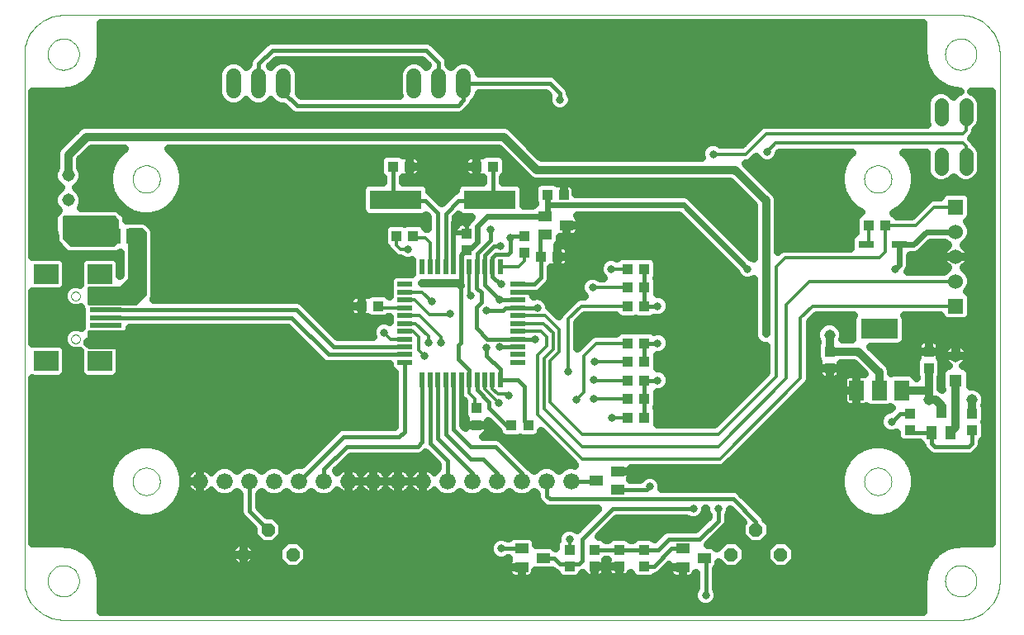
<source format=gtl>
G75*
G70*
%OFA0B0*%
%FSLAX24Y24*%
%IPPOS*%
%LPD*%
%AMOC8*
5,1,8,0,0,1.08239X$1,22.5*
%
%ADD10R,0.0197X0.0591*%
%ADD11R,0.0591X0.0197*%
%ADD12R,0.0394X0.0433*%
%ADD13R,0.0600X0.0600*%
%ADD14C,0.0600*%
%ADD15R,0.0984X0.0787*%
%ADD16R,0.1299X0.0197*%
%ADD17C,0.0000*%
%ADD18R,0.0512X0.0591*%
%ADD19R,0.0433X0.0394*%
%ADD20R,0.0515X0.0515*%
%ADD21C,0.0515*%
%ADD22R,0.0591X0.0787*%
%ADD23R,0.1496X0.0787*%
%ADD24R,0.0551X0.0394*%
%ADD25OC8,0.0520*%
%ADD26R,0.2100X0.0760*%
%ADD27C,0.0660*%
%ADD28R,0.0630X0.0315*%
%ADD29R,0.0394X0.0551*%
%ADD30C,0.0560*%
%ADD31C,0.0600*%
%ADD32C,0.0160*%
%ADD33C,0.0320*%
%ADD34C,0.0120*%
%ADD35C,0.0180*%
%ADD36C,0.0320*%
%ADD37C,0.0200*%
%ADD38C,0.0240*%
%ADD39C,0.0450*%
D10*
X022462Y013495D03*
X022777Y013495D03*
X023092Y013495D03*
X023407Y013495D03*
X023722Y013495D03*
X024037Y013495D03*
X024352Y013495D03*
X024667Y013495D03*
X024982Y013495D03*
X025297Y013495D03*
X025612Y013495D03*
X025612Y018062D03*
X025297Y018062D03*
X024982Y018062D03*
X024667Y018062D03*
X024352Y018062D03*
X024037Y018062D03*
X023722Y018062D03*
X023407Y018062D03*
X023092Y018062D03*
X022777Y018062D03*
X022462Y018062D03*
D11*
X021753Y017353D03*
X021753Y017038D03*
X021753Y016723D03*
X021753Y016408D03*
X021753Y016093D03*
X021753Y015778D03*
X021753Y015464D03*
X021753Y015149D03*
X021753Y014834D03*
X021753Y014519D03*
X021753Y014204D03*
X026320Y014204D03*
X026320Y014519D03*
X026320Y014834D03*
X026320Y015149D03*
X026320Y015464D03*
X026320Y015778D03*
X026320Y016093D03*
X026320Y016408D03*
X026320Y016723D03*
X026320Y017038D03*
X026320Y017353D03*
D12*
X024249Y018744D03*
X024249Y019413D03*
X022096Y019303D03*
X021427Y019303D03*
X030752Y017978D03*
X031422Y017978D03*
X031422Y017228D03*
X030752Y017228D03*
X030752Y016478D03*
X031422Y016478D03*
X031422Y014978D03*
X030752Y014978D03*
X030752Y014229D03*
X031422Y014229D03*
X031422Y013478D03*
X030752Y013478D03*
X030752Y012728D03*
X031422Y012728D03*
X031421Y011978D03*
X030752Y011978D03*
X026734Y011678D03*
X026065Y011678D03*
X024662Y011681D03*
X024662Y012351D03*
X029400Y006644D03*
X029400Y005975D03*
X038900Y013975D03*
X038900Y014644D03*
X042900Y014644D03*
X042900Y013975D03*
X041140Y019728D03*
X040471Y019728D03*
D13*
X043998Y020478D03*
X043998Y016478D03*
D14*
X043998Y017478D03*
X043998Y018478D03*
X043998Y019478D03*
D15*
X009451Y017766D03*
X007286Y017766D03*
X007286Y014263D03*
X009451Y014263D03*
D16*
X009687Y015385D03*
X009687Y015700D03*
X009687Y016014D03*
X009687Y016329D03*
X009687Y016644D03*
D17*
X007975Y003810D02*
X044195Y003810D01*
X044272Y003812D01*
X044349Y003818D01*
X044426Y003827D01*
X044502Y003840D01*
X044578Y003857D01*
X044652Y003878D01*
X044726Y003902D01*
X044798Y003930D01*
X044868Y003961D01*
X044937Y003996D01*
X045005Y004034D01*
X045070Y004075D01*
X045133Y004120D01*
X045194Y004168D01*
X045253Y004218D01*
X045309Y004271D01*
X045362Y004327D01*
X045412Y004386D01*
X045460Y004447D01*
X045505Y004510D01*
X045546Y004575D01*
X045584Y004643D01*
X045619Y004712D01*
X045650Y004782D01*
X045678Y004854D01*
X045702Y004928D01*
X045723Y005002D01*
X045740Y005078D01*
X045753Y005154D01*
X045762Y005231D01*
X045768Y005308D01*
X045770Y005385D01*
X045770Y026644D01*
X045768Y026721D01*
X045762Y026798D01*
X045753Y026875D01*
X045740Y026951D01*
X045723Y027027D01*
X045702Y027101D01*
X045678Y027175D01*
X045650Y027247D01*
X045619Y027317D01*
X045584Y027386D01*
X045546Y027454D01*
X045505Y027519D01*
X045460Y027582D01*
X045412Y027643D01*
X045362Y027702D01*
X045309Y027758D01*
X045253Y027811D01*
X045194Y027861D01*
X045133Y027909D01*
X045070Y027954D01*
X045005Y027995D01*
X044937Y028033D01*
X044868Y028068D01*
X044798Y028099D01*
X044726Y028127D01*
X044652Y028151D01*
X044578Y028172D01*
X044502Y028189D01*
X044426Y028202D01*
X044349Y028211D01*
X044272Y028217D01*
X044195Y028219D01*
X007975Y028219D01*
X007898Y028217D01*
X007821Y028211D01*
X007744Y028202D01*
X007668Y028189D01*
X007592Y028172D01*
X007518Y028151D01*
X007444Y028127D01*
X007372Y028099D01*
X007302Y028068D01*
X007233Y028033D01*
X007165Y027995D01*
X007100Y027954D01*
X007037Y027909D01*
X006976Y027861D01*
X006917Y027811D01*
X006861Y027758D01*
X006808Y027702D01*
X006758Y027643D01*
X006710Y027582D01*
X006665Y027519D01*
X006624Y027454D01*
X006586Y027386D01*
X006551Y027317D01*
X006520Y027247D01*
X006492Y027175D01*
X006468Y027101D01*
X006447Y027027D01*
X006430Y026951D01*
X006417Y026875D01*
X006408Y026798D01*
X006402Y026721D01*
X006400Y026644D01*
X006400Y005385D01*
X006402Y005308D01*
X006408Y005231D01*
X006417Y005154D01*
X006430Y005078D01*
X006447Y005002D01*
X006468Y004928D01*
X006492Y004854D01*
X006520Y004782D01*
X006551Y004712D01*
X006586Y004643D01*
X006624Y004575D01*
X006665Y004510D01*
X006710Y004447D01*
X006758Y004386D01*
X006808Y004327D01*
X006861Y004271D01*
X006917Y004218D01*
X006976Y004168D01*
X007037Y004120D01*
X007100Y004075D01*
X007165Y004034D01*
X007233Y003996D01*
X007302Y003961D01*
X007372Y003930D01*
X007444Y003902D01*
X007518Y003878D01*
X007592Y003857D01*
X007668Y003840D01*
X007744Y003827D01*
X007821Y003818D01*
X007898Y003812D01*
X007975Y003810D01*
X007898Y003812D01*
X007821Y003818D01*
X007744Y003827D01*
X007668Y003840D01*
X007592Y003857D01*
X007518Y003878D01*
X007444Y003902D01*
X007372Y003930D01*
X007302Y003961D01*
X007233Y003996D01*
X007165Y004034D01*
X007100Y004075D01*
X007037Y004120D01*
X006976Y004168D01*
X006917Y004218D01*
X006861Y004271D01*
X006808Y004327D01*
X006758Y004386D01*
X006710Y004447D01*
X006665Y004510D01*
X006624Y004575D01*
X006586Y004643D01*
X006551Y004712D01*
X006520Y004782D01*
X006492Y004854D01*
X006468Y004928D01*
X006447Y005002D01*
X006430Y005078D01*
X006417Y005154D01*
X006408Y005231D01*
X006402Y005308D01*
X006400Y005385D01*
X006402Y005308D01*
X006408Y005231D01*
X006417Y005154D01*
X006430Y005078D01*
X006447Y005002D01*
X006468Y004928D01*
X006492Y004854D01*
X006520Y004782D01*
X006551Y004712D01*
X006586Y004643D01*
X006624Y004575D01*
X006665Y004510D01*
X006710Y004447D01*
X006758Y004386D01*
X006808Y004327D01*
X006861Y004271D01*
X006917Y004218D01*
X006976Y004168D01*
X007037Y004120D01*
X007100Y004075D01*
X007165Y004034D01*
X007233Y003996D01*
X007302Y003961D01*
X007372Y003930D01*
X007444Y003902D01*
X007518Y003878D01*
X007592Y003857D01*
X007668Y003840D01*
X007744Y003827D01*
X007821Y003818D01*
X007898Y003812D01*
X007975Y003810D01*
X007345Y005385D02*
X007347Y005435D01*
X007353Y005485D01*
X007363Y005534D01*
X007377Y005582D01*
X007394Y005629D01*
X007415Y005674D01*
X007440Y005718D01*
X007468Y005759D01*
X007500Y005798D01*
X007534Y005835D01*
X007571Y005869D01*
X007611Y005899D01*
X007653Y005926D01*
X007697Y005950D01*
X007743Y005971D01*
X007790Y005987D01*
X007838Y006000D01*
X007888Y006009D01*
X007937Y006014D01*
X007988Y006015D01*
X008038Y006012D01*
X008087Y006005D01*
X008136Y005994D01*
X008184Y005979D01*
X008230Y005961D01*
X008275Y005939D01*
X008318Y005913D01*
X008359Y005884D01*
X008398Y005852D01*
X008434Y005817D01*
X008466Y005779D01*
X008496Y005739D01*
X008523Y005696D01*
X008546Y005652D01*
X008565Y005606D01*
X008581Y005558D01*
X008593Y005509D01*
X008601Y005460D01*
X008605Y005410D01*
X008605Y005360D01*
X008601Y005310D01*
X008593Y005261D01*
X008581Y005212D01*
X008565Y005164D01*
X008546Y005118D01*
X008523Y005074D01*
X008496Y005031D01*
X008466Y004991D01*
X008434Y004953D01*
X008398Y004918D01*
X008359Y004886D01*
X008318Y004857D01*
X008275Y004831D01*
X008230Y004809D01*
X008184Y004791D01*
X008136Y004776D01*
X008087Y004765D01*
X008038Y004758D01*
X007988Y004755D01*
X007937Y004756D01*
X007888Y004761D01*
X007838Y004770D01*
X007790Y004783D01*
X007743Y004799D01*
X007697Y004820D01*
X007653Y004844D01*
X007611Y004871D01*
X007571Y004901D01*
X007534Y004935D01*
X007500Y004972D01*
X007468Y005011D01*
X007440Y005052D01*
X007415Y005096D01*
X007394Y005141D01*
X007377Y005188D01*
X007363Y005236D01*
X007353Y005285D01*
X007347Y005335D01*
X007345Y005385D01*
X010770Y009400D02*
X010772Y009447D01*
X010778Y009493D01*
X010788Y009539D01*
X010801Y009584D01*
X010819Y009627D01*
X010840Y009669D01*
X010864Y009709D01*
X010892Y009746D01*
X010923Y009781D01*
X010957Y009814D01*
X010993Y009843D01*
X011032Y009869D01*
X011073Y009892D01*
X011116Y009911D01*
X011160Y009927D01*
X011205Y009939D01*
X011251Y009947D01*
X011298Y009951D01*
X011344Y009951D01*
X011391Y009947D01*
X011437Y009939D01*
X011482Y009927D01*
X011526Y009911D01*
X011569Y009892D01*
X011610Y009869D01*
X011649Y009843D01*
X011685Y009814D01*
X011719Y009781D01*
X011750Y009746D01*
X011778Y009709D01*
X011802Y009669D01*
X011823Y009627D01*
X011841Y009584D01*
X011854Y009539D01*
X011864Y009493D01*
X011870Y009447D01*
X011872Y009400D01*
X011870Y009353D01*
X011864Y009307D01*
X011854Y009261D01*
X011841Y009216D01*
X011823Y009173D01*
X011802Y009131D01*
X011778Y009091D01*
X011750Y009054D01*
X011719Y009019D01*
X011685Y008986D01*
X011649Y008957D01*
X011610Y008931D01*
X011569Y008908D01*
X011526Y008889D01*
X011482Y008873D01*
X011437Y008861D01*
X011391Y008853D01*
X011344Y008849D01*
X011298Y008849D01*
X011251Y008853D01*
X011205Y008861D01*
X011160Y008873D01*
X011116Y008889D01*
X011073Y008908D01*
X011032Y008931D01*
X010993Y008957D01*
X010957Y008986D01*
X010923Y009019D01*
X010892Y009054D01*
X010864Y009091D01*
X010840Y009131D01*
X010819Y009173D01*
X010801Y009216D01*
X010788Y009261D01*
X010778Y009307D01*
X010772Y009353D01*
X010770Y009400D01*
X008290Y015148D02*
X008292Y015174D01*
X008298Y015200D01*
X008308Y015225D01*
X008321Y015248D01*
X008337Y015268D01*
X008357Y015286D01*
X008379Y015301D01*
X008402Y015313D01*
X008428Y015321D01*
X008454Y015325D01*
X008480Y015325D01*
X008506Y015321D01*
X008532Y015313D01*
X008556Y015301D01*
X008577Y015286D01*
X008597Y015268D01*
X008613Y015248D01*
X008626Y015225D01*
X008636Y015200D01*
X008642Y015174D01*
X008644Y015148D01*
X008642Y015122D01*
X008636Y015096D01*
X008626Y015071D01*
X008613Y015048D01*
X008597Y015028D01*
X008577Y015010D01*
X008555Y014995D01*
X008532Y014983D01*
X008506Y014975D01*
X008480Y014971D01*
X008454Y014971D01*
X008428Y014975D01*
X008402Y014983D01*
X008378Y014995D01*
X008357Y015010D01*
X008337Y015028D01*
X008321Y015048D01*
X008308Y015071D01*
X008298Y015096D01*
X008292Y015122D01*
X008290Y015148D01*
X008290Y016881D02*
X008292Y016907D01*
X008298Y016933D01*
X008308Y016958D01*
X008321Y016981D01*
X008337Y017001D01*
X008357Y017019D01*
X008379Y017034D01*
X008402Y017046D01*
X008428Y017054D01*
X008454Y017058D01*
X008480Y017058D01*
X008506Y017054D01*
X008532Y017046D01*
X008556Y017034D01*
X008577Y017019D01*
X008597Y017001D01*
X008613Y016981D01*
X008626Y016958D01*
X008636Y016933D01*
X008642Y016907D01*
X008644Y016881D01*
X008642Y016855D01*
X008636Y016829D01*
X008626Y016804D01*
X008613Y016781D01*
X008597Y016761D01*
X008577Y016743D01*
X008555Y016728D01*
X008532Y016716D01*
X008506Y016708D01*
X008480Y016704D01*
X008454Y016704D01*
X008428Y016708D01*
X008402Y016716D01*
X008378Y016728D01*
X008357Y016743D01*
X008337Y016761D01*
X008321Y016781D01*
X008308Y016804D01*
X008298Y016829D01*
X008292Y016855D01*
X008290Y016881D01*
X010770Y021605D02*
X010772Y021652D01*
X010778Y021698D01*
X010788Y021744D01*
X010801Y021789D01*
X010819Y021832D01*
X010840Y021874D01*
X010864Y021914D01*
X010892Y021951D01*
X010923Y021986D01*
X010957Y022019D01*
X010993Y022048D01*
X011032Y022074D01*
X011073Y022097D01*
X011116Y022116D01*
X011160Y022132D01*
X011205Y022144D01*
X011251Y022152D01*
X011298Y022156D01*
X011344Y022156D01*
X011391Y022152D01*
X011437Y022144D01*
X011482Y022132D01*
X011526Y022116D01*
X011569Y022097D01*
X011610Y022074D01*
X011649Y022048D01*
X011685Y022019D01*
X011719Y021986D01*
X011750Y021951D01*
X011778Y021914D01*
X011802Y021874D01*
X011823Y021832D01*
X011841Y021789D01*
X011854Y021744D01*
X011864Y021698D01*
X011870Y021652D01*
X011872Y021605D01*
X011870Y021558D01*
X011864Y021512D01*
X011854Y021466D01*
X011841Y021421D01*
X011823Y021378D01*
X011802Y021336D01*
X011778Y021296D01*
X011750Y021259D01*
X011719Y021224D01*
X011685Y021191D01*
X011649Y021162D01*
X011610Y021136D01*
X011569Y021113D01*
X011526Y021094D01*
X011482Y021078D01*
X011437Y021066D01*
X011391Y021058D01*
X011344Y021054D01*
X011298Y021054D01*
X011251Y021058D01*
X011205Y021066D01*
X011160Y021078D01*
X011116Y021094D01*
X011073Y021113D01*
X011032Y021136D01*
X010993Y021162D01*
X010957Y021191D01*
X010923Y021224D01*
X010892Y021259D01*
X010864Y021296D01*
X010840Y021336D01*
X010819Y021378D01*
X010801Y021421D01*
X010788Y021466D01*
X010778Y021512D01*
X010772Y021558D01*
X010770Y021605D01*
X006400Y026644D02*
X006402Y026721D01*
X006408Y026798D01*
X006417Y026875D01*
X006430Y026951D01*
X006447Y027027D01*
X006468Y027101D01*
X006492Y027175D01*
X006520Y027247D01*
X006551Y027317D01*
X006586Y027386D01*
X006624Y027454D01*
X006665Y027519D01*
X006710Y027582D01*
X006758Y027643D01*
X006808Y027702D01*
X006861Y027758D01*
X006917Y027811D01*
X006976Y027861D01*
X007037Y027909D01*
X007100Y027954D01*
X007165Y027995D01*
X007233Y028033D01*
X007302Y028068D01*
X007372Y028099D01*
X007444Y028127D01*
X007518Y028151D01*
X007592Y028172D01*
X007668Y028189D01*
X007744Y028202D01*
X007821Y028211D01*
X007898Y028217D01*
X007975Y028219D01*
X007898Y028217D01*
X007821Y028211D01*
X007744Y028202D01*
X007668Y028189D01*
X007592Y028172D01*
X007518Y028151D01*
X007444Y028127D01*
X007372Y028099D01*
X007302Y028068D01*
X007233Y028033D01*
X007165Y027995D01*
X007100Y027954D01*
X007037Y027909D01*
X006976Y027861D01*
X006917Y027811D01*
X006861Y027758D01*
X006808Y027702D01*
X006758Y027643D01*
X006710Y027582D01*
X006665Y027519D01*
X006624Y027454D01*
X006586Y027386D01*
X006551Y027317D01*
X006520Y027247D01*
X006492Y027175D01*
X006468Y027101D01*
X006447Y027027D01*
X006430Y026951D01*
X006417Y026875D01*
X006408Y026798D01*
X006402Y026721D01*
X006400Y026644D01*
X007345Y026644D02*
X007347Y026694D01*
X007353Y026744D01*
X007363Y026793D01*
X007377Y026841D01*
X007394Y026888D01*
X007415Y026933D01*
X007440Y026977D01*
X007468Y027018D01*
X007500Y027057D01*
X007534Y027094D01*
X007571Y027128D01*
X007611Y027158D01*
X007653Y027185D01*
X007697Y027209D01*
X007743Y027230D01*
X007790Y027246D01*
X007838Y027259D01*
X007888Y027268D01*
X007937Y027273D01*
X007988Y027274D01*
X008038Y027271D01*
X008087Y027264D01*
X008136Y027253D01*
X008184Y027238D01*
X008230Y027220D01*
X008275Y027198D01*
X008318Y027172D01*
X008359Y027143D01*
X008398Y027111D01*
X008434Y027076D01*
X008466Y027038D01*
X008496Y026998D01*
X008523Y026955D01*
X008546Y026911D01*
X008565Y026865D01*
X008581Y026817D01*
X008593Y026768D01*
X008601Y026719D01*
X008605Y026669D01*
X008605Y026619D01*
X008601Y026569D01*
X008593Y026520D01*
X008581Y026471D01*
X008565Y026423D01*
X008546Y026377D01*
X008523Y026333D01*
X008496Y026290D01*
X008466Y026250D01*
X008434Y026212D01*
X008398Y026177D01*
X008359Y026145D01*
X008318Y026116D01*
X008275Y026090D01*
X008230Y026068D01*
X008184Y026050D01*
X008136Y026035D01*
X008087Y026024D01*
X008038Y026017D01*
X007988Y026014D01*
X007937Y026015D01*
X007888Y026020D01*
X007838Y026029D01*
X007790Y026042D01*
X007743Y026058D01*
X007697Y026079D01*
X007653Y026103D01*
X007611Y026130D01*
X007571Y026160D01*
X007534Y026194D01*
X007500Y026231D01*
X007468Y026270D01*
X007440Y026311D01*
X007415Y026355D01*
X007394Y026400D01*
X007377Y026447D01*
X007363Y026495D01*
X007353Y026544D01*
X007347Y026594D01*
X007345Y026644D01*
X040298Y021605D02*
X040300Y021652D01*
X040306Y021698D01*
X040316Y021744D01*
X040329Y021789D01*
X040347Y021832D01*
X040368Y021874D01*
X040392Y021914D01*
X040420Y021951D01*
X040451Y021986D01*
X040485Y022019D01*
X040521Y022048D01*
X040560Y022074D01*
X040601Y022097D01*
X040644Y022116D01*
X040688Y022132D01*
X040733Y022144D01*
X040779Y022152D01*
X040826Y022156D01*
X040872Y022156D01*
X040919Y022152D01*
X040965Y022144D01*
X041010Y022132D01*
X041054Y022116D01*
X041097Y022097D01*
X041138Y022074D01*
X041177Y022048D01*
X041213Y022019D01*
X041247Y021986D01*
X041278Y021951D01*
X041306Y021914D01*
X041330Y021874D01*
X041351Y021832D01*
X041369Y021789D01*
X041382Y021744D01*
X041392Y021698D01*
X041398Y021652D01*
X041400Y021605D01*
X041398Y021558D01*
X041392Y021512D01*
X041382Y021466D01*
X041369Y021421D01*
X041351Y021378D01*
X041330Y021336D01*
X041306Y021296D01*
X041278Y021259D01*
X041247Y021224D01*
X041213Y021191D01*
X041177Y021162D01*
X041138Y021136D01*
X041097Y021113D01*
X041054Y021094D01*
X041010Y021078D01*
X040965Y021066D01*
X040919Y021058D01*
X040872Y021054D01*
X040826Y021054D01*
X040779Y021058D01*
X040733Y021066D01*
X040688Y021078D01*
X040644Y021094D01*
X040601Y021113D01*
X040560Y021136D01*
X040521Y021162D01*
X040485Y021191D01*
X040451Y021224D01*
X040420Y021259D01*
X040392Y021296D01*
X040368Y021336D01*
X040347Y021378D01*
X040329Y021421D01*
X040316Y021466D01*
X040306Y021512D01*
X040300Y021558D01*
X040298Y021605D01*
X045770Y026644D02*
X045768Y026721D01*
X045762Y026798D01*
X045753Y026875D01*
X045740Y026951D01*
X045723Y027027D01*
X045702Y027101D01*
X045678Y027175D01*
X045650Y027247D01*
X045619Y027317D01*
X045584Y027386D01*
X045546Y027454D01*
X045505Y027519D01*
X045460Y027582D01*
X045412Y027643D01*
X045362Y027702D01*
X045309Y027758D01*
X045253Y027811D01*
X045194Y027861D01*
X045133Y027909D01*
X045070Y027954D01*
X045005Y027995D01*
X044937Y028033D01*
X044868Y028068D01*
X044798Y028099D01*
X044726Y028127D01*
X044652Y028151D01*
X044578Y028172D01*
X044502Y028189D01*
X044426Y028202D01*
X044349Y028211D01*
X044272Y028217D01*
X044195Y028219D01*
X044272Y028217D01*
X044349Y028211D01*
X044426Y028202D01*
X044502Y028189D01*
X044578Y028172D01*
X044652Y028151D01*
X044726Y028127D01*
X044798Y028099D01*
X044868Y028068D01*
X044937Y028033D01*
X045005Y027995D01*
X045070Y027954D01*
X045133Y027909D01*
X045194Y027861D01*
X045253Y027811D01*
X045309Y027758D01*
X045362Y027702D01*
X045412Y027643D01*
X045460Y027582D01*
X045505Y027519D01*
X045546Y027454D01*
X045584Y027386D01*
X045619Y027317D01*
X045650Y027247D01*
X045678Y027175D01*
X045702Y027101D01*
X045723Y027027D01*
X045740Y026951D01*
X045753Y026875D01*
X045762Y026798D01*
X045768Y026721D01*
X045770Y026644D01*
X043565Y026644D02*
X043567Y026694D01*
X043573Y026744D01*
X043583Y026793D01*
X043597Y026841D01*
X043614Y026888D01*
X043635Y026933D01*
X043660Y026977D01*
X043688Y027018D01*
X043720Y027057D01*
X043754Y027094D01*
X043791Y027128D01*
X043831Y027158D01*
X043873Y027185D01*
X043917Y027209D01*
X043963Y027230D01*
X044010Y027246D01*
X044058Y027259D01*
X044108Y027268D01*
X044157Y027273D01*
X044208Y027274D01*
X044258Y027271D01*
X044307Y027264D01*
X044356Y027253D01*
X044404Y027238D01*
X044450Y027220D01*
X044495Y027198D01*
X044538Y027172D01*
X044579Y027143D01*
X044618Y027111D01*
X044654Y027076D01*
X044686Y027038D01*
X044716Y026998D01*
X044743Y026955D01*
X044766Y026911D01*
X044785Y026865D01*
X044801Y026817D01*
X044813Y026768D01*
X044821Y026719D01*
X044825Y026669D01*
X044825Y026619D01*
X044821Y026569D01*
X044813Y026520D01*
X044801Y026471D01*
X044785Y026423D01*
X044766Y026377D01*
X044743Y026333D01*
X044716Y026290D01*
X044686Y026250D01*
X044654Y026212D01*
X044618Y026177D01*
X044579Y026145D01*
X044538Y026116D01*
X044495Y026090D01*
X044450Y026068D01*
X044404Y026050D01*
X044356Y026035D01*
X044307Y026024D01*
X044258Y026017D01*
X044208Y026014D01*
X044157Y026015D01*
X044108Y026020D01*
X044058Y026029D01*
X044010Y026042D01*
X043963Y026058D01*
X043917Y026079D01*
X043873Y026103D01*
X043831Y026130D01*
X043791Y026160D01*
X043754Y026194D01*
X043720Y026231D01*
X043688Y026270D01*
X043660Y026311D01*
X043635Y026355D01*
X043614Y026400D01*
X043597Y026447D01*
X043583Y026495D01*
X043573Y026544D01*
X043567Y026594D01*
X043565Y026644D01*
X040298Y009400D02*
X040300Y009447D01*
X040306Y009493D01*
X040316Y009539D01*
X040329Y009584D01*
X040347Y009627D01*
X040368Y009669D01*
X040392Y009709D01*
X040420Y009746D01*
X040451Y009781D01*
X040485Y009814D01*
X040521Y009843D01*
X040560Y009869D01*
X040601Y009892D01*
X040644Y009911D01*
X040688Y009927D01*
X040733Y009939D01*
X040779Y009947D01*
X040826Y009951D01*
X040872Y009951D01*
X040919Y009947D01*
X040965Y009939D01*
X041010Y009927D01*
X041054Y009911D01*
X041097Y009892D01*
X041138Y009869D01*
X041177Y009843D01*
X041213Y009814D01*
X041247Y009781D01*
X041278Y009746D01*
X041306Y009709D01*
X041330Y009669D01*
X041351Y009627D01*
X041369Y009584D01*
X041382Y009539D01*
X041392Y009493D01*
X041398Y009447D01*
X041400Y009400D01*
X041398Y009353D01*
X041392Y009307D01*
X041382Y009261D01*
X041369Y009216D01*
X041351Y009173D01*
X041330Y009131D01*
X041306Y009091D01*
X041278Y009054D01*
X041247Y009019D01*
X041213Y008986D01*
X041177Y008957D01*
X041138Y008931D01*
X041097Y008908D01*
X041054Y008889D01*
X041010Y008873D01*
X040965Y008861D01*
X040919Y008853D01*
X040872Y008849D01*
X040826Y008849D01*
X040779Y008853D01*
X040733Y008861D01*
X040688Y008873D01*
X040644Y008889D01*
X040601Y008908D01*
X040560Y008931D01*
X040521Y008957D01*
X040485Y008986D01*
X040451Y009019D01*
X040420Y009054D01*
X040392Y009091D01*
X040368Y009131D01*
X040347Y009173D01*
X040329Y009216D01*
X040316Y009261D01*
X040306Y009307D01*
X040300Y009353D01*
X040298Y009400D01*
X045770Y005385D02*
X045768Y005308D01*
X045762Y005231D01*
X045753Y005154D01*
X045740Y005078D01*
X045723Y005002D01*
X045702Y004928D01*
X045678Y004854D01*
X045650Y004782D01*
X045619Y004712D01*
X045584Y004643D01*
X045546Y004575D01*
X045505Y004510D01*
X045460Y004447D01*
X045412Y004386D01*
X045362Y004327D01*
X045309Y004271D01*
X045253Y004218D01*
X045194Y004168D01*
X045133Y004120D01*
X045070Y004075D01*
X045005Y004034D01*
X044937Y003996D01*
X044868Y003961D01*
X044798Y003930D01*
X044726Y003902D01*
X044652Y003878D01*
X044578Y003857D01*
X044502Y003840D01*
X044426Y003827D01*
X044349Y003818D01*
X044272Y003812D01*
X044195Y003810D01*
X044272Y003812D01*
X044349Y003818D01*
X044426Y003827D01*
X044502Y003840D01*
X044578Y003857D01*
X044652Y003878D01*
X044726Y003902D01*
X044798Y003930D01*
X044868Y003961D01*
X044937Y003996D01*
X045005Y004034D01*
X045070Y004075D01*
X045133Y004120D01*
X045194Y004168D01*
X045253Y004218D01*
X045309Y004271D01*
X045362Y004327D01*
X045412Y004386D01*
X045460Y004447D01*
X045505Y004510D01*
X045546Y004575D01*
X045584Y004643D01*
X045619Y004712D01*
X045650Y004782D01*
X045678Y004854D01*
X045702Y004928D01*
X045723Y005002D01*
X045740Y005078D01*
X045753Y005154D01*
X045762Y005231D01*
X045768Y005308D01*
X045770Y005385D01*
X043565Y005385D02*
X043567Y005435D01*
X043573Y005485D01*
X043583Y005534D01*
X043597Y005582D01*
X043614Y005629D01*
X043635Y005674D01*
X043660Y005718D01*
X043688Y005759D01*
X043720Y005798D01*
X043754Y005835D01*
X043791Y005869D01*
X043831Y005899D01*
X043873Y005926D01*
X043917Y005950D01*
X043963Y005971D01*
X044010Y005987D01*
X044058Y006000D01*
X044108Y006009D01*
X044157Y006014D01*
X044208Y006015D01*
X044258Y006012D01*
X044307Y006005D01*
X044356Y005994D01*
X044404Y005979D01*
X044450Y005961D01*
X044495Y005939D01*
X044538Y005913D01*
X044579Y005884D01*
X044618Y005852D01*
X044654Y005817D01*
X044686Y005779D01*
X044716Y005739D01*
X044743Y005696D01*
X044766Y005652D01*
X044785Y005606D01*
X044801Y005558D01*
X044813Y005509D01*
X044821Y005460D01*
X044825Y005410D01*
X044825Y005360D01*
X044821Y005310D01*
X044813Y005261D01*
X044801Y005212D01*
X044785Y005164D01*
X044766Y005118D01*
X044743Y005074D01*
X044716Y005031D01*
X044686Y004991D01*
X044654Y004953D01*
X044618Y004918D01*
X044579Y004886D01*
X044538Y004857D01*
X044495Y004831D01*
X044450Y004809D01*
X044404Y004791D01*
X044356Y004776D01*
X044307Y004765D01*
X044258Y004758D01*
X044208Y004755D01*
X044157Y004756D01*
X044108Y004761D01*
X044058Y004770D01*
X044010Y004783D01*
X043963Y004799D01*
X043917Y004820D01*
X043873Y004844D01*
X043831Y004871D01*
X043791Y004901D01*
X043754Y004935D01*
X043720Y004972D01*
X043688Y005011D01*
X043660Y005052D01*
X043635Y005096D01*
X043614Y005141D01*
X043597Y005188D01*
X043583Y005236D01*
X043573Y005285D01*
X043567Y005335D01*
X043565Y005385D01*
D18*
X010735Y019310D03*
X010065Y019310D03*
D19*
X020002Y016478D03*
X020672Y016478D03*
X026587Y018644D03*
X027252Y018478D03*
X027922Y018478D03*
X026587Y019313D03*
X027502Y020978D03*
X028172Y020978D03*
X025309Y022116D03*
X024640Y022116D03*
X021947Y022116D03*
X021277Y022116D03*
X042150Y012144D03*
X042150Y011475D03*
X044650Y011475D03*
X044650Y012144D03*
X031400Y006644D03*
X031400Y005975D03*
X030400Y005975D03*
X030400Y006644D03*
X028400Y006644D03*
X028400Y005975D03*
D20*
X043998Y013478D03*
X008172Y019755D03*
D21*
X008172Y020755D03*
X008172Y021755D03*
X043998Y014478D03*
D22*
X041806Y013070D03*
X040900Y013070D03*
X039994Y013070D03*
D23*
X040900Y015550D03*
D24*
X030333Y009809D03*
X029467Y009435D03*
X030333Y009061D03*
X032967Y006684D03*
X033833Y006310D03*
X032967Y005936D03*
X027333Y006310D03*
X026467Y006684D03*
X026467Y005936D03*
X027404Y019354D03*
X028270Y019728D03*
X027404Y020102D03*
D25*
X035928Y007448D03*
X036928Y006448D03*
X034928Y006448D03*
X017243Y006448D03*
X016243Y007448D03*
X015243Y006448D03*
D26*
X021387Y020778D03*
X025187Y020778D03*
D27*
X025487Y009400D03*
X024487Y009400D03*
X023487Y009400D03*
X022487Y009400D03*
X021487Y009400D03*
X020487Y009400D03*
X019487Y009400D03*
X018487Y009400D03*
X017487Y009400D03*
X016487Y009400D03*
X015487Y009400D03*
X014487Y009400D03*
X013487Y009400D03*
X026487Y009400D03*
X027487Y009400D03*
X028487Y009400D03*
D28*
X040374Y018966D03*
X041712Y018966D03*
D29*
X043400Y012243D03*
X043026Y011377D03*
X043774Y011377D03*
D30*
X043400Y022030D02*
X043400Y022590D01*
X044400Y022590D02*
X044400Y022030D01*
X044400Y024030D02*
X044400Y024590D01*
X043400Y024590D02*
X043400Y024030D01*
D31*
X024132Y025163D02*
X024132Y025763D01*
X023132Y025763D02*
X023132Y025163D01*
X022132Y025163D02*
X022132Y025763D01*
X016849Y025763D02*
X016849Y025163D01*
X015849Y025163D02*
X015849Y025763D01*
X014849Y025763D02*
X014849Y025163D01*
D32*
X015849Y025463D02*
X015849Y026259D01*
X016400Y026810D01*
X022620Y026810D01*
X023132Y026298D01*
X023132Y025463D01*
X024132Y025463D02*
X024132Y024792D01*
X023900Y024560D01*
X017400Y024560D01*
X016849Y025111D01*
X016849Y025463D01*
X024132Y025463D02*
X027621Y025463D01*
X028025Y025060D01*
X028025Y024810D01*
X025187Y020778D02*
X025137Y020728D01*
X023924Y020728D01*
X023407Y020211D01*
X023407Y018062D01*
X023092Y018062D02*
X023092Y020223D01*
X022587Y020728D01*
X021437Y020728D01*
X021387Y020778D01*
X024249Y020041D02*
X024249Y019791D01*
X024249Y019441D01*
X024249Y019413D01*
X024667Y018596D02*
X025212Y019141D01*
X025212Y019553D01*
X025212Y019553D01*
X025349Y018903D02*
X025624Y018903D01*
X025349Y018903D02*
X024982Y018536D01*
X024982Y018062D01*
X024982Y017334D01*
X025587Y016728D01*
X026315Y016728D01*
X026320Y016723D01*
X026313Y016416D02*
X025799Y016416D01*
X025699Y016316D01*
X025062Y016316D01*
X024849Y016628D02*
X024649Y016428D01*
X024649Y015586D01*
X025087Y015149D01*
X026320Y015149D01*
X026328Y015141D01*
X027024Y015141D01*
X026320Y014834D02*
X025592Y014834D01*
X025587Y014828D01*
X025062Y014803D02*
X025062Y014478D01*
X025612Y013929D01*
X025612Y013495D01*
X026320Y013495D01*
X026587Y013228D01*
X026587Y011826D01*
X026065Y011678D02*
X025837Y011678D01*
X025137Y012379D01*
X025137Y012616D01*
X024667Y013086D01*
X024667Y013495D01*
X024352Y013495D02*
X024352Y013901D01*
X023924Y014328D01*
X023924Y014891D01*
X024024Y014991D01*
X024024Y017316D01*
X024662Y017216D02*
X024849Y017028D01*
X024849Y016628D01*
X024662Y017216D02*
X024662Y018057D01*
X024667Y018062D01*
X024667Y018596D01*
X025297Y018438D02*
X025424Y018566D01*
X025912Y018566D01*
X026012Y018666D01*
X026012Y019241D01*
X026062Y019291D02*
X026315Y019291D01*
X026587Y019313D01*
X027224Y019253D02*
X027224Y018531D01*
X027252Y018478D01*
X027252Y017619D01*
X026987Y017353D01*
X026321Y017353D01*
X026320Y017353D01*
X025662Y017353D02*
X025624Y017353D01*
X025297Y017681D01*
X025297Y018062D01*
X025297Y018438D01*
X024674Y018054D02*
X024667Y018062D01*
X026313Y016416D02*
X026320Y016408D01*
X026325Y016403D01*
X027087Y016403D01*
X027099Y016403D01*
X030752Y014229D02*
X030752Y014228D01*
X031422Y014229D02*
X031422Y014978D01*
X031962Y014978D01*
X031962Y013478D02*
X031422Y013478D01*
X031422Y012728D01*
X031421Y012728D01*
X031421Y011978D01*
X029467Y009435D02*
X029376Y009400D01*
X028487Y009400D01*
X027487Y009400D02*
X027487Y008810D01*
X027612Y008685D01*
X035025Y008685D01*
X035928Y007782D01*
X035928Y007448D01*
X034400Y007810D02*
X034400Y008310D01*
X034400Y007810D02*
X033650Y007060D01*
X032400Y007060D01*
X031985Y006644D01*
X031400Y006644D01*
X030400Y006644D01*
X029400Y006644D01*
X028900Y007060D02*
X030150Y008310D01*
X033400Y008310D01*
X031650Y009185D02*
X031526Y009061D01*
X030333Y009061D01*
X028900Y007060D02*
X028900Y006185D01*
X028775Y006060D01*
X028400Y006060D01*
X028400Y005975D01*
X028315Y006060D01*
X028025Y006060D01*
X027775Y006310D01*
X027333Y006310D01*
X026467Y006684D02*
X026276Y006684D01*
X026275Y006685D01*
X025650Y006685D01*
X025487Y009400D02*
X025487Y009723D01*
X024900Y010310D01*
X024400Y010310D01*
X023407Y011303D01*
X023407Y013495D01*
X023722Y013495D02*
X023722Y011488D01*
X024400Y010810D01*
X025400Y010810D01*
X026487Y009723D01*
X026487Y009400D01*
X024487Y009400D02*
X024487Y009723D01*
X023092Y011118D01*
X023092Y013495D01*
X022777Y013495D02*
X022777Y010933D01*
X023487Y010223D01*
X023487Y009400D01*
X022275Y010810D02*
X019400Y010810D01*
X018487Y009896D01*
X018487Y009400D01*
X017491Y009400D02*
X019275Y011185D01*
X021525Y011185D01*
X021753Y011413D01*
X021753Y014204D01*
X021753Y014519D02*
X018691Y014519D01*
X017195Y016014D01*
X009687Y016014D01*
X009687Y016329D02*
X017380Y016329D01*
X018876Y014834D01*
X021753Y014834D01*
X021753Y015464D02*
X021756Y015466D01*
X020742Y016408D02*
X020672Y016478D01*
X021753Y016723D02*
X021771Y016741D01*
X021753Y017038D02*
X021756Y017041D01*
X022462Y013495D02*
X022462Y010997D01*
X022275Y010810D01*
X017491Y009400D02*
X017487Y009400D01*
X015487Y009400D02*
X015487Y008203D01*
X016243Y007448D01*
X031400Y005975D02*
X031815Y005975D01*
X032524Y006684D01*
X032967Y006684D01*
X033833Y006310D02*
X033900Y006310D01*
X033900Y004810D01*
X043026Y010934D02*
X043150Y010810D01*
X044525Y010810D01*
X044650Y010935D01*
X044650Y011475D01*
X043026Y011377D02*
X043026Y010934D01*
X043026Y011377D02*
X042248Y011377D01*
X042150Y011475D01*
X041735Y012144D02*
X041400Y011810D01*
X041735Y012144D02*
X042150Y012144D01*
X031962Y016478D02*
X031337Y016478D01*
X031422Y016563D01*
X031422Y016478D01*
X031422Y016563D02*
X031422Y017228D01*
X031422Y017978D01*
X027404Y019354D02*
X027325Y019354D01*
X027224Y019253D01*
D33*
X026012Y019241D03*
X025624Y018903D03*
X025212Y019553D03*
X024249Y020041D03*
X023887Y020041D03*
X023275Y020935D03*
X022650Y022060D03*
X023900Y022060D03*
X025999Y021579D03*
X028624Y021454D03*
X029624Y021079D03*
X030625Y021078D03*
X029400Y023310D03*
X028025Y024810D03*
X028400Y026310D03*
X025400Y026310D03*
X018400Y025310D03*
X012900Y022560D03*
X012900Y018810D03*
X010775Y015435D03*
X010525Y014935D03*
X018449Y013029D03*
X018437Y011941D03*
X022537Y014466D03*
X022699Y014991D03*
X023224Y015003D03*
X023587Y016166D03*
X022837Y016654D03*
X022462Y017391D03*
X024024Y017316D03*
X024412Y016891D03*
X025062Y016316D03*
X025587Y016728D03*
X025662Y017353D03*
X027099Y016403D03*
X027712Y017003D03*
X029337Y017228D03*
X030087Y017978D03*
X028999Y019041D03*
X031962Y016478D03*
X029687Y015953D03*
X031962Y014978D03*
X031962Y013478D03*
X033124Y013191D03*
X033124Y012466D03*
X030112Y011953D03*
X029387Y012729D03*
X028674Y012691D03*
X029387Y013491D03*
X029399Y014228D03*
X028349Y013841D03*
X027024Y015141D03*
X025587Y014828D03*
X025062Y014803D03*
X025962Y012853D03*
X025537Y012566D03*
X025199Y011703D03*
X024149Y011703D03*
X024124Y012603D03*
X020924Y015416D03*
X019887Y015541D03*
X019387Y016541D03*
X019887Y017291D03*
X020775Y018560D03*
X021874Y018766D03*
X032400Y026310D03*
X036650Y026310D03*
X036374Y022703D03*
X036374Y021704D03*
X036874Y021191D03*
X035624Y019704D03*
X035624Y018954D03*
X035587Y017978D03*
X036900Y018810D03*
X038400Y018810D03*
X039400Y019810D03*
X039400Y020810D03*
X039400Y022310D03*
X034199Y022616D03*
X041555Y017978D03*
X042650Y015310D03*
X043150Y015310D03*
X039150Y013310D03*
X038525Y013310D03*
X039775Y012185D03*
X040275Y012185D03*
X041400Y011810D03*
X036374Y008716D03*
X036874Y008203D03*
X037400Y007810D03*
X034400Y008310D03*
X033400Y008310D03*
X031650Y009185D03*
X031025Y009810D03*
X030400Y007185D03*
X028400Y007060D03*
X025650Y006685D03*
X025650Y006185D03*
X025400Y005060D03*
X026150Y005060D03*
X026900Y005060D03*
X029400Y005310D03*
X030400Y005310D03*
X032900Y005310D03*
X033900Y004810D03*
X036337Y015353D03*
D34*
X037724Y015991D02*
X038212Y016478D01*
X043998Y016478D01*
X043998Y017478D02*
X038087Y017478D01*
X037150Y016542D01*
X037150Y013560D01*
X034400Y010810D01*
X028900Y010810D01*
X027387Y012323D01*
X027387Y014378D01*
X027749Y014741D01*
X027749Y015391D01*
X027362Y015778D01*
X026320Y015778D01*
X026320Y015464D02*
X027252Y015464D01*
X027474Y015241D01*
X027474Y014866D01*
X027112Y014503D01*
X027112Y012098D01*
X028900Y010310D01*
X034474Y010310D01*
X037724Y013560D01*
X037724Y015991D01*
X036737Y018060D02*
X037112Y018435D01*
X040900Y018435D01*
X041140Y018675D01*
X041140Y019728D01*
X042368Y019728D01*
X043118Y020478D01*
X043998Y020478D01*
X044400Y022310D02*
X044400Y022935D01*
X044275Y023060D01*
X036731Y023060D01*
X036374Y022703D01*
X036343Y023435D02*
X035524Y022616D01*
X034199Y022616D01*
X036343Y023435D02*
X044275Y023435D01*
X044400Y023560D01*
X044400Y024310D01*
X040471Y019728D02*
X040471Y019063D01*
X040374Y018966D01*
X036737Y018060D02*
X036737Y013647D01*
X034400Y011310D01*
X028900Y011310D01*
X027624Y012585D01*
X027624Y014266D01*
X027987Y014628D01*
X027987Y015528D01*
X027422Y016093D01*
X026320Y016093D01*
X027087Y016403D02*
X027087Y016416D01*
X028349Y015953D02*
X028874Y016478D01*
X030752Y016478D01*
X030752Y017228D02*
X029337Y017228D01*
X030087Y017978D02*
X030752Y017978D01*
X028349Y015953D02*
X028349Y013841D01*
X028987Y014478D02*
X029487Y014978D01*
X030752Y014978D01*
X030752Y014228D02*
X029399Y014228D01*
X028987Y014478D02*
X028987Y013003D01*
X028674Y012691D01*
X029387Y012728D02*
X029387Y012729D01*
X029387Y012728D02*
X030752Y012728D01*
X030752Y011978D02*
X030727Y011953D01*
X030112Y011953D01*
X030752Y013478D02*
X029399Y013478D01*
X029387Y013491D01*
X026734Y011678D02*
X026587Y011826D01*
X025537Y012566D02*
X024982Y013121D01*
X024982Y013495D01*
X025297Y013495D02*
X025297Y013131D01*
X025499Y012928D01*
X025887Y012928D01*
X025962Y012853D01*
X024587Y012728D02*
X024587Y012426D01*
X024662Y012351D01*
X024587Y012728D02*
X024352Y012964D01*
X024352Y013495D01*
X022537Y014466D02*
X022312Y014691D01*
X022312Y015241D01*
X022087Y015466D01*
X021756Y015466D01*
X021753Y015778D02*
X022187Y015778D01*
X022699Y015266D01*
X022699Y014991D01*
X023212Y015016D02*
X023224Y015003D01*
X023212Y015016D02*
X023212Y015241D01*
X022359Y016093D01*
X021753Y016093D01*
X021753Y016408D02*
X020742Y016408D01*
X021771Y016741D02*
X022137Y016741D01*
X022749Y016128D01*
X023574Y016128D01*
X023587Y016166D01*
X022837Y016654D02*
X022449Y017041D01*
X021756Y017041D01*
X022777Y018062D02*
X022777Y019038D01*
X022587Y019228D01*
X022171Y019228D01*
X022096Y019303D01*
X021874Y018766D02*
X021587Y018766D01*
X021427Y018926D01*
X021427Y019303D01*
X024352Y018062D02*
X024352Y016881D01*
X024412Y016891D01*
X025612Y018062D02*
X026358Y018062D01*
X026587Y018291D01*
X026587Y018644D01*
X026012Y019241D02*
X026062Y019291D01*
X021192Y015149D02*
X020924Y015416D01*
X021192Y015149D02*
X021753Y015149D01*
X011275Y016935D02*
X010900Y016560D01*
X009025Y016560D01*
X009025Y017185D01*
X010275Y017185D01*
X010650Y017560D01*
X010650Y019560D01*
X011150Y019560D01*
X011275Y019435D01*
X011275Y016935D01*
X011275Y016968D02*
X009025Y016968D01*
X009025Y016850D02*
X011190Y016850D01*
X011071Y016731D02*
X009025Y016731D01*
X009025Y016612D02*
X010953Y016612D01*
X011275Y017087D02*
X009025Y017087D01*
X010295Y017205D02*
X011275Y017205D01*
X011275Y017324D02*
X010414Y017324D01*
X010532Y017442D02*
X011275Y017442D01*
X011275Y017561D02*
X010650Y017561D01*
X010650Y017679D02*
X011275Y017679D01*
X011275Y017798D02*
X010650Y017798D01*
X010650Y017916D02*
X011275Y017916D01*
X011275Y018035D02*
X010650Y018035D01*
X010650Y018154D02*
X011275Y018154D01*
X011275Y018272D02*
X010650Y018272D01*
X010650Y018391D02*
X011275Y018391D01*
X011275Y018509D02*
X010650Y018509D01*
X010650Y018628D02*
X011275Y018628D01*
X011275Y018746D02*
X010650Y018746D01*
X010650Y018865D02*
X011275Y018865D01*
X011275Y018983D02*
X010650Y018983D01*
X010650Y019102D02*
X011275Y019102D01*
X011275Y019220D02*
X010650Y019220D01*
X010650Y019339D02*
X011275Y019339D01*
X011252Y019457D02*
X010650Y019457D01*
X010150Y019457D02*
X008025Y019457D01*
X008025Y019339D02*
X010150Y019339D01*
X010150Y019220D02*
X008025Y019220D01*
X008025Y019185D02*
X008025Y020060D01*
X010025Y020060D01*
X010150Y019935D01*
X010150Y019060D01*
X010025Y018935D01*
X008275Y018935D01*
X008025Y019185D01*
X008108Y019102D02*
X010150Y019102D01*
X010074Y018983D02*
X008226Y018983D01*
X008025Y019576D02*
X010150Y019576D01*
X010150Y019695D02*
X008025Y019695D01*
X008025Y019813D02*
X010150Y019813D01*
X010150Y019932D02*
X008025Y019932D01*
X008025Y020050D02*
X010035Y020050D01*
X010650Y015435D02*
X009025Y015435D01*
X009025Y014810D01*
X010525Y014810D01*
X010775Y015060D01*
X010775Y015310D01*
X010650Y015435D01*
X010658Y015427D02*
X009025Y015427D01*
X009025Y015308D02*
X010775Y015308D01*
X010775Y015190D02*
X009025Y015190D01*
X009025Y015071D02*
X010775Y015071D01*
X010668Y014953D02*
X009025Y014953D01*
X009025Y014834D02*
X010550Y014834D01*
X028400Y007060D02*
X028400Y006644D01*
D35*
X015099Y011866D02*
X015099Y011878D01*
X015099Y011866D02*
X015074Y011866D01*
X015067Y011874D01*
X021387Y020778D02*
X021277Y020888D01*
X021277Y022116D01*
X025309Y022116D02*
X025309Y020901D01*
X025187Y020778D01*
D36*
X024899Y021478D02*
X024073Y021478D01*
X023956Y021430D01*
X023866Y021340D01*
X023817Y021222D01*
X023817Y021117D01*
X023698Y021068D01*
X023585Y020955D01*
X023256Y020625D01*
X022926Y020955D01*
X022813Y021068D01*
X022757Y021091D01*
X022757Y021222D01*
X022708Y021340D01*
X022618Y021430D01*
X022501Y021478D01*
X021687Y021478D01*
X021687Y021660D01*
X021689Y021662D01*
X021704Y021659D01*
X021946Y021659D01*
X021946Y022116D01*
X021946Y022573D01*
X021704Y022573D01*
X021689Y022570D01*
X021675Y022584D01*
X021557Y022633D01*
X020997Y022633D01*
X020879Y022584D01*
X020789Y022494D01*
X020741Y022376D01*
X020741Y021855D01*
X020789Y021738D01*
X020867Y021660D01*
X020867Y021478D01*
X020273Y021478D01*
X020156Y021430D01*
X020066Y021340D01*
X020017Y021222D01*
X020017Y020335D01*
X020066Y020217D01*
X020156Y020127D01*
X020273Y020078D01*
X022501Y020078D01*
X022618Y020127D01*
X022620Y020129D01*
X022692Y020058D01*
X022692Y019596D01*
X022662Y019608D01*
X022603Y019608D01*
X022565Y019701D01*
X022475Y019791D01*
X022357Y019840D01*
X021836Y019840D01*
X021762Y019809D01*
X021688Y019840D01*
X021167Y019840D01*
X021049Y019791D01*
X020959Y019701D01*
X020910Y019584D01*
X020910Y019023D01*
X020959Y018906D01*
X021049Y018816D01*
X021064Y018809D01*
X021105Y018710D01*
X021265Y018551D01*
X021372Y018444D01*
X021511Y018386D01*
X021576Y018386D01*
X021602Y018359D01*
X021779Y018286D01*
X021970Y018286D01*
X022044Y018317D01*
X022044Y017772D01*
X021394Y017772D01*
X021277Y017723D01*
X021187Y017633D01*
X021138Y017515D01*
X021138Y017200D01*
X021138Y016885D01*
X021138Y016878D01*
X021069Y016947D01*
X020952Y016995D01*
X020391Y016995D01*
X020274Y016947D01*
X020259Y016932D01*
X020244Y016935D01*
X020002Y016935D01*
X019760Y016935D01*
X019710Y016925D01*
X019663Y016906D01*
X019620Y016877D01*
X019584Y016841D01*
X019555Y016798D01*
X019536Y016751D01*
X019526Y016701D01*
X019526Y016479D01*
X020002Y016479D01*
X020002Y016935D01*
X020002Y016479D01*
X020002Y016479D01*
X020002Y016478D01*
X020002Y016478D01*
X020002Y016022D01*
X019760Y016022D01*
X019710Y016032D01*
X019663Y016051D01*
X019620Y016080D01*
X019584Y016116D01*
X019555Y016158D01*
X019536Y016206D01*
X019526Y016256D01*
X019526Y016478D01*
X020002Y016478D01*
X020002Y016022D01*
X020244Y016022D01*
X020259Y016025D01*
X020274Y016010D01*
X020391Y015962D01*
X020952Y015962D01*
X021069Y016010D01*
X021087Y016028D01*
X021138Y016028D01*
X021138Y015941D01*
X021138Y015847D01*
X021020Y015896D01*
X020829Y015896D01*
X020652Y015823D01*
X020517Y015688D01*
X020444Y015511D01*
X020444Y015320D01*
X020480Y015234D01*
X019042Y015234D01*
X017607Y016669D01*
X017460Y016729D01*
X017301Y016729D01*
X011601Y016729D01*
X011655Y016859D01*
X011655Y019510D01*
X011597Y019650D01*
X011490Y019757D01*
X011365Y019882D01*
X011226Y019940D01*
X011074Y019940D01*
X010574Y019940D01*
X010539Y019925D01*
X010530Y019925D01*
X010530Y020010D01*
X010472Y020150D01*
X010365Y020257D01*
X010240Y020382D01*
X010101Y020440D01*
X009949Y020440D01*
X008666Y020440D01*
X008749Y020640D01*
X008749Y020869D01*
X008661Y021082D01*
X008499Y021244D01*
X008473Y021255D01*
X008499Y021265D01*
X008661Y021428D01*
X008749Y021640D01*
X008749Y021869D01*
X008661Y022082D01*
X008652Y022091D01*
X008652Y022383D01*
X009099Y022830D01*
X010440Y022830D01*
X010400Y022806D01*
X010120Y022527D01*
X009922Y022184D01*
X009820Y021803D01*
X009820Y021407D01*
X009922Y021026D01*
X010120Y020683D01*
X010400Y020404D01*
X010742Y020206D01*
X011124Y020104D01*
X011519Y020104D01*
X011901Y020206D01*
X012243Y020404D01*
X012522Y020683D01*
X012720Y021026D01*
X012822Y021407D01*
X012822Y021803D01*
X012720Y022184D01*
X012522Y022527D01*
X012243Y022806D01*
X012202Y022830D01*
X025544Y022830D01*
X026177Y022197D01*
X026178Y022197D01*
X026550Y021824D01*
X026802Y021572D01*
X026979Y021498D01*
X027170Y021498D01*
X034888Y021498D01*
X035857Y020530D01*
X035857Y018386D01*
X035762Y018425D01*
X033255Y020933D01*
X033093Y021000D01*
X032918Y021000D01*
X028648Y021000D01*
X028648Y021201D01*
X028638Y021251D01*
X028618Y021298D01*
X028590Y021341D01*
X028554Y021377D01*
X028511Y021406D01*
X028464Y021425D01*
X028414Y021435D01*
X028172Y021435D01*
X028172Y021000D01*
X028171Y021000D01*
X028171Y021435D01*
X027929Y021435D01*
X027914Y021432D01*
X027900Y021447D01*
X027782Y021495D01*
X027222Y021495D01*
X027104Y021447D01*
X027014Y021357D01*
X026966Y021239D01*
X026966Y020718D01*
X027014Y020600D01*
X027016Y020599D01*
X026947Y020571D01*
X026919Y020542D01*
X026557Y020542D01*
X026557Y021222D01*
X026508Y021340D01*
X026418Y021430D01*
X026301Y021478D01*
X025719Y021478D01*
X025719Y021660D01*
X025797Y021738D01*
X025846Y021855D01*
X025846Y022376D01*
X025797Y022494D01*
X025707Y022584D01*
X025589Y022633D01*
X025029Y022633D01*
X024911Y022584D01*
X024897Y022570D01*
X024882Y022573D01*
X024640Y022573D01*
X024640Y022116D01*
X024640Y022116D01*
X024640Y021659D01*
X024882Y021659D01*
X024897Y021662D01*
X024899Y021660D01*
X024899Y021478D01*
X024899Y021648D02*
X021687Y021648D01*
X021947Y021659D02*
X021947Y022116D01*
X022423Y022116D01*
X022423Y022338D01*
X022413Y022389D01*
X022394Y022436D01*
X022365Y022479D01*
X022329Y022515D01*
X022286Y022543D01*
X022239Y022563D01*
X022189Y022573D01*
X021947Y022573D01*
X021947Y022116D01*
X021947Y022116D01*
X022423Y022116D01*
X022423Y021894D01*
X022413Y021843D01*
X022394Y021796D01*
X022365Y021753D01*
X022329Y021717D01*
X022286Y021689D01*
X022239Y021669D01*
X022189Y021659D01*
X021947Y021659D01*
X021946Y021967D02*
X021947Y021967D01*
X021946Y022116D02*
X021947Y022116D01*
X021946Y022116D01*
X021946Y022285D02*
X021947Y022285D01*
X021627Y022604D02*
X024959Y022604D01*
X024640Y022573D02*
X024398Y022573D01*
X024347Y022563D01*
X024300Y022543D01*
X024257Y022515D01*
X024221Y022479D01*
X024193Y022436D01*
X024173Y022389D01*
X024163Y022338D01*
X024163Y022116D01*
X024639Y022116D01*
X024639Y022116D01*
X024163Y022116D01*
X024163Y021894D01*
X024173Y021843D01*
X024193Y021796D01*
X024221Y021753D01*
X024257Y021717D01*
X024300Y021689D01*
X024347Y021669D01*
X024398Y021659D01*
X024640Y021659D01*
X024640Y022116D01*
X024640Y022116D01*
X024640Y022573D01*
X024640Y022285D02*
X024640Y022285D01*
X024640Y021967D02*
X024640Y021967D01*
X024163Y021967D02*
X022423Y021967D01*
X022423Y022285D02*
X024163Y022285D01*
X023861Y021330D02*
X022712Y021330D01*
X022870Y021011D02*
X023641Y021011D01*
X023323Y020693D02*
X023188Y020693D01*
X022692Y020055D02*
X010511Y020055D01*
X010451Y020374D02*
X010248Y020374D01*
X010115Y020693D02*
X008749Y020693D01*
X008690Y021011D02*
X009931Y021011D01*
X009841Y021330D02*
X008563Y021330D01*
X008749Y021648D02*
X009820Y021648D01*
X009864Y021967D02*
X008709Y021967D01*
X008652Y022285D02*
X009981Y022285D01*
X010197Y022604D02*
X008873Y022604D01*
X008172Y022581D02*
X008900Y023310D01*
X025743Y023310D01*
X026449Y022603D01*
X026822Y022231D01*
X027074Y021978D01*
X035087Y021978D01*
X036337Y020728D01*
X036337Y015353D01*
X035857Y015277D02*
X032342Y015277D01*
X032369Y015250D02*
X032234Y015385D01*
X032057Y015458D01*
X031866Y015458D01*
X031825Y015441D01*
X031800Y015466D01*
X031682Y015515D01*
X031161Y015515D01*
X031087Y015484D01*
X031013Y015515D01*
X030492Y015515D01*
X030374Y015466D01*
X030284Y015376D01*
X030277Y015358D01*
X029411Y015358D01*
X029272Y015301D01*
X029165Y015194D01*
X028729Y014758D01*
X028729Y015796D01*
X029032Y016098D01*
X030277Y016098D01*
X030284Y016081D01*
X030374Y015991D01*
X030492Y015942D01*
X031013Y015942D01*
X031087Y015973D01*
X031161Y015942D01*
X031682Y015942D01*
X031800Y015991D01*
X031825Y016016D01*
X031866Y015998D01*
X032057Y015998D01*
X032234Y016072D01*
X032369Y016207D01*
X032442Y016383D01*
X032442Y016574D01*
X032369Y016750D01*
X032234Y016885D01*
X032057Y016958D01*
X031938Y016958D01*
X031938Y017509D01*
X031899Y017603D01*
X031938Y017698D01*
X031938Y018259D01*
X031890Y018376D01*
X031800Y018466D01*
X031682Y018515D01*
X031161Y018515D01*
X031087Y018484D01*
X031013Y018515D01*
X030492Y018515D01*
X030374Y018466D01*
X030312Y018405D01*
X030182Y018458D01*
X029991Y018458D01*
X029815Y018385D01*
X029680Y018250D01*
X029607Y018074D01*
X029607Y017883D01*
X029680Y017707D01*
X029778Y017608D01*
X029636Y017608D01*
X029609Y017635D01*
X029432Y017708D01*
X029241Y017708D01*
X029065Y017635D01*
X028930Y017500D01*
X028857Y017324D01*
X028857Y017133D01*
X028930Y016957D01*
X029028Y016858D01*
X028799Y016858D01*
X028659Y016801D01*
X028552Y016694D01*
X028027Y016169D01*
X027985Y016067D01*
X027637Y016416D01*
X027579Y016439D01*
X027579Y016499D01*
X027506Y016675D01*
X027371Y016810D01*
X027195Y016883D01*
X027004Y016883D01*
X026936Y016855D01*
X026936Y016885D01*
X026907Y016953D01*
X027066Y016953D01*
X027213Y017014D01*
X027479Y017280D01*
X027591Y017392D01*
X027652Y017539D01*
X027652Y018013D01*
X027664Y018025D01*
X027679Y018022D01*
X027921Y018022D01*
X027921Y018478D01*
X027922Y018478D01*
X027922Y018479D01*
X027921Y018479D01*
X027921Y018935D01*
X027910Y018935D01*
X027951Y018976D01*
X027999Y019094D01*
X027999Y019272D01*
X028270Y019272D01*
X028571Y019272D01*
X028621Y019282D01*
X028669Y019301D01*
X028711Y019330D01*
X028747Y019366D01*
X028776Y019408D01*
X028796Y019456D01*
X028806Y019506D01*
X028806Y019728D01*
X028270Y019728D01*
X028270Y019272D01*
X028270Y019728D01*
X028270Y019728D01*
X028270Y019729D01*
X028806Y019729D01*
X028806Y019951D01*
X028796Y020001D01*
X028776Y020048D01*
X028747Y020091D01*
X028719Y020120D01*
X032823Y020120D01*
X035140Y017803D01*
X035180Y017707D01*
X035315Y017572D01*
X035491Y017498D01*
X035682Y017498D01*
X035857Y017571D01*
X035857Y015258D01*
X035930Y015082D01*
X036065Y014947D01*
X036241Y014873D01*
X036357Y014873D01*
X036357Y013804D01*
X034243Y011690D01*
X031935Y011690D01*
X031938Y011698D01*
X031938Y012259D01*
X031899Y012353D01*
X031938Y012448D01*
X031938Y012998D01*
X032057Y012998D01*
X032234Y013072D01*
X032369Y013207D01*
X032442Y013383D01*
X032442Y013574D01*
X032369Y013750D01*
X032234Y013885D01*
X032057Y013958D01*
X031938Y013958D01*
X031938Y014498D01*
X032057Y014498D01*
X032234Y014572D01*
X032369Y014707D01*
X032442Y014883D01*
X032442Y015074D01*
X032369Y015250D01*
X032442Y014959D02*
X036053Y014959D01*
X036357Y014640D02*
X032302Y014640D01*
X031938Y014322D02*
X036357Y014322D01*
X036357Y014003D02*
X031938Y014003D01*
X032396Y013685D02*
X036237Y013685D01*
X035919Y013366D02*
X032435Y013366D01*
X032176Y013048D02*
X035600Y013048D01*
X035282Y012729D02*
X031938Y012729D01*
X031923Y012410D02*
X034963Y012410D01*
X034645Y012092D02*
X031938Y012092D01*
X031938Y011773D02*
X034326Y011773D01*
X035520Y010818D02*
X040339Y010818D01*
X040269Y010799D02*
X040651Y010901D01*
X041046Y010901D01*
X041428Y010799D01*
X041771Y010601D01*
X042050Y010322D01*
X042248Y009980D01*
X042350Y009598D01*
X042350Y009203D01*
X042248Y008821D01*
X042050Y008479D01*
X041771Y008199D01*
X041428Y008001D01*
X041046Y007899D01*
X040651Y007899D01*
X040269Y008001D01*
X039927Y008199D01*
X039648Y008479D01*
X039450Y008821D01*
X039348Y009203D01*
X039348Y009598D01*
X039450Y009980D01*
X039648Y010322D01*
X039927Y010601D01*
X040269Y010799D01*
X039825Y010499D02*
X035201Y010499D01*
X034883Y010181D02*
X039566Y010181D01*
X039419Y009862D02*
X030869Y009862D01*
X030869Y009809D02*
X030869Y009930D01*
X034399Y009930D01*
X034550Y009930D01*
X034690Y009988D01*
X038047Y013344D01*
X038104Y013484D01*
X038104Y013635D01*
X038104Y015834D01*
X038369Y016098D01*
X039870Y016098D01*
X039832Y016007D01*
X039832Y015124D01*
X039413Y015124D01*
X039445Y015201D01*
X039445Y015418D01*
X039362Y015618D01*
X039209Y015772D01*
X039008Y015855D01*
X038792Y015855D01*
X038591Y015772D01*
X038438Y015618D01*
X038355Y015418D01*
X038355Y015201D01*
X038420Y015044D01*
X038420Y015014D01*
X038383Y014925D01*
X038383Y014364D01*
X038432Y014247D01*
X038446Y014232D01*
X038443Y014217D01*
X038443Y013975D01*
X038443Y013733D01*
X038453Y013683D01*
X038473Y013635D01*
X038501Y013593D01*
X038537Y013557D01*
X038580Y013528D01*
X038627Y013509D01*
X038678Y013499D01*
X038900Y013499D01*
X039122Y013499D01*
X039173Y013509D01*
X039220Y013528D01*
X039263Y013557D01*
X039299Y013593D01*
X039327Y013635D01*
X039347Y013683D01*
X039357Y013733D01*
X039357Y013975D01*
X038900Y013975D01*
X038900Y013499D01*
X038900Y013975D01*
X038900Y013975D01*
X038900Y013975D01*
X038443Y013975D01*
X038900Y013975D01*
X038900Y013975D01*
X039357Y013975D01*
X039357Y014164D01*
X039866Y014164D01*
X040308Y013723D01*
X039995Y013723D01*
X039995Y013070D01*
X039994Y013070D01*
X039994Y013069D01*
X039995Y013069D01*
X039995Y012416D01*
X040315Y012416D01*
X040366Y012426D01*
X040391Y012437D01*
X040423Y012405D01*
X040541Y012356D01*
X041259Y012356D01*
X041353Y012395D01*
X041400Y012375D01*
X041314Y012290D01*
X041304Y012290D01*
X041128Y012217D01*
X040993Y012082D01*
X040920Y011905D01*
X040920Y011714D01*
X040993Y011538D01*
X041128Y011403D01*
X041304Y011330D01*
X041495Y011330D01*
X041613Y011379D01*
X041613Y011215D01*
X041662Y011097D01*
X041752Y011007D01*
X041870Y010958D01*
X042430Y010958D01*
X042475Y010977D01*
X042534Y010977D01*
X042558Y010920D01*
X042628Y010850D01*
X042687Y010707D01*
X042811Y010583D01*
X042923Y010471D01*
X043070Y010410D01*
X044445Y010410D01*
X044605Y010410D01*
X044752Y010471D01*
X044877Y010596D01*
X044989Y010708D01*
X045050Y010855D01*
X045050Y011009D01*
X045138Y011097D01*
X045186Y011215D01*
X045186Y011736D01*
X045156Y011810D01*
X045186Y011884D01*
X045186Y012405D01*
X045155Y012480D01*
X045195Y012576D01*
X045195Y012793D01*
X045112Y012993D01*
X044959Y013147D01*
X044758Y013230D01*
X044576Y013230D01*
X044576Y013800D01*
X044527Y013917D01*
X044437Y014007D01*
X044320Y014056D01*
X044297Y014056D01*
X044336Y014084D01*
X044393Y014141D01*
X044441Y014207D01*
X044478Y014280D01*
X044503Y014357D01*
X044516Y014438D01*
X044516Y014478D01*
X043999Y014478D01*
X043999Y014479D01*
X043998Y014479D01*
X043998Y014996D01*
X043958Y014996D01*
X043877Y014983D01*
X043800Y014958D01*
X043727Y014921D01*
X043661Y014873D01*
X043604Y014816D01*
X043556Y014750D01*
X043519Y014677D01*
X043494Y014600D01*
X043481Y014519D01*
X043481Y014479D01*
X043998Y014479D01*
X043998Y014478D01*
X043481Y014478D01*
X043481Y014438D01*
X043494Y014357D01*
X043519Y014280D01*
X043556Y014207D01*
X043604Y014141D01*
X043661Y014084D01*
X043700Y014056D01*
X043677Y014056D01*
X043560Y014007D01*
X043470Y013917D01*
X043421Y013800D01*
X043421Y013157D01*
X043444Y013101D01*
X043380Y013127D01*
X043380Y013155D01*
X043380Y013606D01*
X043417Y013695D01*
X043417Y014255D01*
X043368Y014373D01*
X043354Y014387D01*
X043357Y014402D01*
X043357Y014644D01*
X042900Y014644D01*
X042900Y014645D01*
X042900Y014645D01*
X042900Y015121D01*
X043122Y015121D01*
X043173Y015111D01*
X043220Y015091D01*
X043263Y015063D01*
X043299Y015027D01*
X043327Y014984D01*
X043347Y014937D01*
X043357Y014887D01*
X043357Y014645D01*
X042900Y014645D01*
X042900Y015121D01*
X042678Y015121D01*
X042627Y015111D01*
X042580Y015091D01*
X042537Y015063D01*
X042501Y015027D01*
X042473Y014984D01*
X042453Y014937D01*
X042443Y014887D01*
X042443Y014645D01*
X042900Y014645D01*
X042900Y014644D01*
X042443Y014644D01*
X042443Y014402D01*
X042446Y014387D01*
X042432Y014373D01*
X042383Y014255D01*
X042383Y013695D01*
X042420Y013606D01*
X042420Y013550D01*
X042411Y013550D01*
X042372Y013645D01*
X042282Y013735D01*
X042164Y013783D01*
X041447Y013783D01*
X041380Y013756D01*
X041380Y013905D01*
X041307Y014082D01*
X041172Y014217D01*
X040552Y014836D01*
X041712Y014836D01*
X041829Y014885D01*
X041919Y014975D01*
X041968Y015093D01*
X041968Y016007D01*
X041930Y016098D01*
X043385Y016098D01*
X043427Y015997D01*
X043517Y015907D01*
X043635Y015858D01*
X044362Y015858D01*
X044480Y015907D01*
X044570Y015997D01*
X044618Y016115D01*
X044618Y016842D01*
X044570Y016960D01*
X044480Y017050D01*
X044456Y017059D01*
X044524Y017127D01*
X044618Y017355D01*
X044618Y017602D01*
X044524Y017830D01*
X044350Y018004D01*
X044317Y018018D01*
X044363Y018051D01*
X044426Y018114D01*
X044477Y018185D01*
X044517Y018263D01*
X044545Y018347D01*
X044558Y018434D01*
X044558Y018478D01*
X043999Y018478D01*
X043999Y018479D01*
X044558Y018479D01*
X044558Y018523D01*
X044545Y018610D01*
X044517Y018693D01*
X044477Y018772D01*
X044426Y018843D01*
X044363Y018906D01*
X044317Y018939D01*
X044350Y018953D01*
X044524Y019127D01*
X044618Y019355D01*
X044618Y019602D01*
X044524Y019830D01*
X044456Y019897D01*
X044480Y019907D01*
X044570Y019997D01*
X044618Y020115D01*
X044618Y020842D01*
X044570Y020960D01*
X044480Y021050D01*
X044362Y021098D01*
X043635Y021098D01*
X043517Y021050D01*
X043427Y020960D01*
X043385Y020858D01*
X043194Y020858D01*
X043042Y020858D01*
X042903Y020801D01*
X042210Y020108D01*
X041616Y020108D01*
X041608Y020126D01*
X041518Y020216D01*
X041476Y020234D01*
X041771Y020404D01*
X042050Y020683D01*
X042248Y021026D01*
X042350Y021407D01*
X042350Y021803D01*
X042248Y022184D01*
X042050Y022527D01*
X041897Y022680D01*
X042800Y022680D01*
X042800Y021910D01*
X042891Y021690D01*
X043060Y021521D01*
X043281Y021430D01*
X043519Y021430D01*
X043740Y021521D01*
X043900Y021681D01*
X044060Y021521D01*
X044281Y021430D01*
X044519Y021430D01*
X044740Y021521D01*
X044909Y021690D01*
X045000Y021910D01*
X045000Y022709D01*
X044909Y022930D01*
X044746Y023092D01*
X044722Y023150D01*
X044625Y023247D01*
X044722Y023344D01*
X044780Y023484D01*
X044780Y023561D01*
X044909Y023690D01*
X045000Y023910D01*
X045000Y024709D01*
X044909Y024930D01*
X044740Y025098D01*
X044631Y025143D01*
X045450Y025143D01*
X045450Y006886D01*
X044247Y006886D01*
X044236Y006889D01*
X044184Y006886D01*
X044132Y006886D01*
X044121Y006881D01*
X044044Y006876D01*
X044021Y006880D01*
X043981Y006871D01*
X043941Y006868D01*
X043920Y006858D01*
X043834Y006839D01*
X043810Y006840D01*
X043772Y006826D01*
X043732Y006817D01*
X043713Y006804D01*
X043631Y006773D01*
X043607Y006770D01*
X043571Y006751D01*
X043533Y006736D01*
X043516Y006721D01*
X043439Y006678D01*
X043416Y006672D01*
X043383Y006648D01*
X043348Y006629D01*
X043333Y006610D01*
X043262Y006557D01*
X043241Y006548D01*
X043212Y006520D01*
X043179Y006495D01*
X043167Y006475D01*
X043105Y006413D01*
X043085Y006401D01*
X043060Y006368D01*
X043031Y006339D01*
X043022Y006318D01*
X042970Y006247D01*
X042951Y006232D01*
X042932Y006196D01*
X042907Y006164D01*
X042902Y006141D01*
X042859Y006064D01*
X042843Y006047D01*
X042829Y006009D01*
X042810Y005973D01*
X042807Y005949D01*
X042776Y005867D01*
X042763Y005848D01*
X042754Y005808D01*
X042740Y005770D01*
X042741Y005746D01*
X042722Y005660D01*
X042712Y005639D01*
X042709Y005598D01*
X042700Y005558D01*
X042704Y005535D01*
X042699Y005459D01*
X042694Y005448D01*
X042694Y005396D01*
X042690Y005344D01*
X042694Y005333D01*
X042694Y004130D01*
X009476Y004130D01*
X009476Y005333D01*
X009480Y005344D01*
X009476Y005396D01*
X009476Y005448D01*
X009471Y005459D01*
X009466Y005535D01*
X009470Y005558D01*
X009461Y005598D01*
X009459Y005639D01*
X009448Y005660D01*
X009429Y005746D01*
X009430Y005770D01*
X009416Y005807D01*
X009407Y005848D01*
X009394Y005867D01*
X009363Y005949D01*
X009361Y005973D01*
X009341Y006009D01*
X009327Y006047D01*
X009311Y006064D01*
X009268Y006141D01*
X009263Y006164D01*
X009238Y006196D01*
X009219Y006232D01*
X009200Y006247D01*
X009148Y006318D01*
X009139Y006339D01*
X009110Y006368D01*
X009085Y006401D01*
X009065Y006413D01*
X009003Y006475D01*
X008991Y006495D01*
X008958Y006520D01*
X008930Y006548D01*
X008908Y006557D01*
X008837Y006610D01*
X008823Y006629D01*
X008787Y006648D01*
X008754Y006672D01*
X008731Y006678D01*
X008654Y006721D01*
X008637Y006736D01*
X008599Y006751D01*
X008563Y006770D01*
X008539Y006773D01*
X008457Y006804D01*
X008438Y006817D01*
X008398Y006826D01*
X008360Y006840D01*
X008336Y006839D01*
X008250Y006858D01*
X008229Y006868D01*
X008189Y006871D01*
X008149Y006880D01*
X008126Y006876D01*
X008049Y006881D01*
X008038Y006886D01*
X007986Y006886D01*
X007934Y006889D01*
X007923Y006886D01*
X006720Y006886D01*
X006720Y013553D01*
X006730Y013549D01*
X007842Y013549D01*
X007959Y013598D01*
X008049Y013688D01*
X008098Y013805D01*
X008098Y014720D01*
X008049Y014837D01*
X007959Y014927D01*
X007842Y014976D01*
X006730Y014976D01*
X006720Y014972D01*
X006720Y017057D01*
X006730Y017053D01*
X007842Y017053D01*
X007959Y017101D01*
X008049Y017191D01*
X008098Y017309D01*
X008098Y018224D01*
X008049Y018341D01*
X007959Y018431D01*
X007842Y018480D01*
X006730Y018480D01*
X006720Y018476D01*
X006720Y025143D01*
X007923Y025143D01*
X007934Y025140D01*
X007986Y025143D01*
X008038Y025143D01*
X008049Y025148D01*
X008126Y025153D01*
X008149Y025149D01*
X008189Y025158D01*
X008229Y025161D01*
X008250Y025171D01*
X008336Y025190D01*
X008360Y025189D01*
X008398Y025203D01*
X008438Y025212D01*
X008457Y025225D01*
X008539Y025256D01*
X008563Y025259D01*
X008599Y025278D01*
X008637Y025292D01*
X008654Y025308D01*
X008731Y025351D01*
X008754Y025356D01*
X008787Y025381D01*
X008823Y025400D01*
X008837Y025419D01*
X008908Y025472D01*
X008930Y025481D01*
X008958Y025509D01*
X008991Y025534D01*
X009003Y025554D01*
X009065Y025616D01*
X009085Y025628D01*
X009110Y025661D01*
X009139Y025690D01*
X009148Y025711D01*
X009200Y025782D01*
X009219Y025797D01*
X009238Y025833D01*
X009263Y025865D01*
X009268Y025888D01*
X009311Y025965D01*
X009327Y025982D01*
X009341Y026020D01*
X009361Y026056D01*
X009363Y026080D01*
X009394Y026162D01*
X009407Y026181D01*
X009416Y026221D01*
X009430Y026259D01*
X009429Y026283D01*
X009448Y026369D01*
X009459Y026390D01*
X009461Y026431D01*
X009470Y026470D01*
X009466Y026494D01*
X009471Y026570D01*
X009476Y026581D01*
X009476Y026633D01*
X009480Y026685D01*
X009476Y026696D01*
X009476Y027899D01*
X042694Y027899D01*
X042694Y026696D01*
X042690Y026685D01*
X042694Y026633D01*
X042694Y026581D01*
X042699Y026570D01*
X042704Y026494D01*
X042700Y026470D01*
X042709Y026431D01*
X042712Y026390D01*
X042722Y026369D01*
X042741Y026283D01*
X042740Y026259D01*
X042754Y026221D01*
X042763Y026181D01*
X042776Y026162D01*
X042807Y026080D01*
X042810Y026056D01*
X042829Y026020D01*
X042843Y025982D01*
X042859Y025965D01*
X042902Y025888D01*
X042907Y025865D01*
X042932Y025833D01*
X042951Y025797D01*
X042970Y025782D01*
X043022Y025711D01*
X043031Y025690D01*
X043060Y025661D01*
X043085Y025628D01*
X043105Y025616D01*
X043167Y025554D01*
X043179Y025534D01*
X043212Y025509D01*
X043241Y025481D01*
X043262Y025472D01*
X043333Y025419D01*
X043348Y025400D01*
X043383Y025381D01*
X043416Y025356D01*
X043439Y025351D01*
X043516Y025308D01*
X043533Y025292D01*
X043571Y025278D01*
X043607Y025259D01*
X043631Y025256D01*
X043713Y025225D01*
X043732Y025212D01*
X043772Y025203D01*
X043810Y025189D01*
X043834Y025190D01*
X043920Y025171D01*
X043941Y025161D01*
X043981Y025158D01*
X044021Y025149D01*
X044044Y025153D01*
X044121Y025148D01*
X044132Y025143D01*
X044169Y025143D01*
X044060Y025098D01*
X043900Y024938D01*
X043740Y025098D01*
X043519Y025190D01*
X043281Y025190D01*
X043060Y025098D01*
X042891Y024930D01*
X042800Y024709D01*
X042800Y023910D01*
X042840Y023815D01*
X036419Y023815D01*
X036268Y023815D01*
X036128Y023757D01*
X035367Y022996D01*
X034498Y022996D01*
X034471Y023023D01*
X034295Y023096D01*
X034104Y023096D01*
X033927Y023023D01*
X033792Y022888D01*
X033719Y022711D01*
X033719Y022520D01*
X033745Y022458D01*
X027273Y022458D01*
X027228Y022503D01*
X026856Y022875D01*
X026856Y022875D01*
X026015Y023717D01*
X025839Y023790D01*
X025648Y023790D01*
X008804Y023790D01*
X008628Y023717D01*
X008493Y023582D01*
X007765Y022853D01*
X007692Y022677D01*
X007692Y022486D01*
X007692Y022091D01*
X007682Y022082D01*
X007594Y021869D01*
X007594Y021640D01*
X007682Y021428D01*
X007845Y021265D01*
X007870Y021255D01*
X007845Y021244D01*
X007682Y021082D01*
X007594Y020869D01*
X007594Y020640D01*
X007682Y020428D01*
X007769Y020341D01*
X007703Y020275D01*
X007688Y020238D01*
X007643Y020193D01*
X007594Y020076D01*
X007594Y019433D01*
X007643Y019316D01*
X007645Y019314D01*
X007645Y019109D01*
X007703Y018969D01*
X007810Y018863D01*
X008060Y018613D01*
X008199Y018555D01*
X008351Y018555D01*
X010101Y018555D01*
X010240Y018613D01*
X010270Y018642D01*
X010270Y017717D01*
X010263Y017710D01*
X010263Y018224D01*
X010215Y018341D01*
X010125Y018431D01*
X010007Y018480D01*
X008895Y018480D01*
X008778Y018431D01*
X008688Y018341D01*
X008639Y018224D01*
X008639Y017347D01*
X008566Y017378D01*
X008368Y017378D01*
X008185Y017302D01*
X008045Y017162D01*
X007970Y016980D01*
X007970Y016782D01*
X008045Y016599D01*
X008185Y016459D01*
X008368Y016383D01*
X008566Y016383D01*
X008669Y016426D01*
X008703Y016344D01*
X008718Y016330D01*
X008718Y016167D01*
X008718Y015862D01*
X008718Y015583D01*
X008566Y015645D01*
X008368Y015645D01*
X008185Y015570D01*
X008045Y015430D01*
X007970Y015247D01*
X007970Y015049D01*
X008045Y014867D01*
X008185Y014727D01*
X008368Y014651D01*
X008566Y014651D01*
X008639Y014682D01*
X008639Y013805D01*
X008688Y013688D01*
X008778Y013598D01*
X008895Y013549D01*
X010007Y013549D01*
X010125Y013598D01*
X010215Y013688D01*
X010263Y013805D01*
X010263Y014720D01*
X010215Y014837D01*
X010125Y014927D01*
X010007Y014976D01*
X008934Y014976D01*
X008959Y015037D01*
X008962Y015036D01*
X009012Y015026D01*
X009687Y015026D01*
X009687Y015281D01*
X009688Y015281D01*
X009688Y015026D01*
X010363Y015026D01*
X010413Y015036D01*
X010460Y015056D01*
X010503Y015084D01*
X010539Y015120D01*
X010567Y015163D01*
X010587Y015210D01*
X010597Y015261D01*
X010597Y015384D01*
X010573Y015384D01*
X010573Y015385D01*
X010597Y015385D01*
X010597Y015409D01*
X010608Y015420D01*
X010657Y015537D01*
X010657Y015614D01*
X017030Y015614D01*
X018465Y014180D01*
X018612Y014119D01*
X018771Y014119D01*
X021138Y014119D01*
X021138Y014042D01*
X021187Y013924D01*
X021277Y013834D01*
X021353Y013802D01*
X021353Y011585D01*
X019355Y011585D01*
X019195Y011585D01*
X019048Y011524D01*
X017575Y010050D01*
X017357Y010050D01*
X017118Y009951D01*
X016987Y009820D01*
X016855Y009951D01*
X016616Y010050D01*
X016357Y010050D01*
X016118Y009951D01*
X015987Y009820D01*
X015855Y009951D01*
X015616Y010050D01*
X015357Y010050D01*
X015118Y009951D01*
X014987Y009820D01*
X014855Y009951D01*
X014616Y010050D01*
X014357Y010050D01*
X014118Y009951D01*
X013943Y009776D01*
X013937Y009785D01*
X013871Y009850D01*
X013796Y009905D01*
X013713Y009947D01*
X013625Y009976D01*
X013533Y009990D01*
X013487Y009990D01*
X013487Y009401D01*
X013486Y009401D01*
X013486Y009990D01*
X013440Y009990D01*
X013348Y009976D01*
X013260Y009947D01*
X013177Y009905D01*
X013102Y009850D01*
X013037Y009785D01*
X012982Y009710D01*
X012940Y009627D01*
X012911Y009538D01*
X012897Y009447D01*
X012897Y009400D01*
X012897Y009354D01*
X012911Y009262D01*
X012940Y009174D01*
X012982Y009091D01*
X013037Y009016D01*
X013102Y008950D01*
X013177Y008896D01*
X013260Y008854D01*
X013348Y008825D01*
X013440Y008810D01*
X013486Y008810D01*
X013486Y009400D01*
X012897Y009400D01*
X013486Y009400D01*
X013486Y009400D01*
X013487Y009400D01*
X013487Y008810D01*
X013533Y008810D01*
X013625Y008825D01*
X013713Y008854D01*
X013796Y008896D01*
X013871Y008950D01*
X013937Y009016D01*
X013943Y009025D01*
X014118Y008849D01*
X014357Y008750D01*
X014616Y008750D01*
X014855Y008849D01*
X014987Y008981D01*
X015087Y008881D01*
X015087Y008283D01*
X015087Y008124D01*
X015148Y007977D01*
X015663Y007462D01*
X015663Y007207D01*
X016002Y006868D01*
X016483Y006868D01*
X016822Y007207D01*
X016822Y007688D01*
X016483Y008028D01*
X016228Y008028D01*
X015887Y008369D01*
X015887Y008881D01*
X015987Y008981D01*
X016118Y008849D01*
X016357Y008750D01*
X016616Y008750D01*
X016855Y008849D01*
X016987Y008981D01*
X017118Y008849D01*
X017357Y008750D01*
X017616Y008750D01*
X017855Y008849D01*
X017987Y008981D01*
X018118Y008849D01*
X018357Y008750D01*
X018616Y008750D01*
X018855Y008849D01*
X019030Y009025D01*
X019037Y009016D01*
X019102Y008950D01*
X019177Y008896D01*
X019260Y008854D01*
X019348Y008825D01*
X019440Y008810D01*
X019486Y008810D01*
X019486Y009400D01*
X019487Y009400D01*
X019487Y009400D01*
X020077Y009400D01*
X020486Y009400D01*
X020486Y009400D01*
X020487Y009400D01*
X020487Y009400D01*
X020897Y009400D01*
X021486Y009400D01*
X021486Y009400D01*
X021487Y009400D01*
X021487Y009400D01*
X021897Y009400D01*
X022486Y009400D01*
X022486Y009400D01*
X022487Y009400D01*
X022487Y008810D01*
X022533Y008810D01*
X022625Y008825D01*
X022713Y008854D01*
X022796Y008896D01*
X022871Y008950D01*
X022937Y009016D01*
X022943Y009025D01*
X023118Y008849D01*
X023357Y008750D01*
X023616Y008750D01*
X023855Y008849D01*
X023987Y008981D01*
X024118Y008849D01*
X024357Y008750D01*
X024616Y008750D01*
X024855Y008849D01*
X024987Y008981D01*
X025118Y008849D01*
X025357Y008750D01*
X025616Y008750D01*
X025855Y008849D01*
X025987Y008981D01*
X026118Y008849D01*
X026357Y008750D01*
X026616Y008750D01*
X026855Y008849D01*
X026987Y008981D01*
X027087Y008881D01*
X027087Y008730D01*
X027148Y008583D01*
X027260Y008471D01*
X027385Y008346D01*
X027532Y008285D01*
X027691Y008285D01*
X029559Y008285D01*
X028707Y007432D01*
X028672Y007467D01*
X028495Y007540D01*
X028304Y007540D01*
X028128Y007467D01*
X027993Y007332D01*
X027920Y007155D01*
X027920Y007030D01*
X027912Y007023D01*
X027863Y006905D01*
X027863Y006706D01*
X027861Y006707D01*
X027790Y006778D01*
X027672Y006827D01*
X027062Y006827D01*
X027062Y006944D01*
X027014Y007062D01*
X026924Y007152D01*
X026806Y007201D01*
X026128Y007201D01*
X026010Y007152D01*
X025943Y007085D01*
X025929Y007085D01*
X025922Y007092D01*
X025745Y007165D01*
X025554Y007165D01*
X025378Y007092D01*
X025243Y006957D01*
X025170Y006780D01*
X025170Y006589D01*
X025243Y006413D01*
X025378Y006278D01*
X025554Y006205D01*
X025745Y006205D01*
X025922Y006278D01*
X025929Y006285D01*
X025941Y006285D01*
X025965Y006261D01*
X025961Y006256D01*
X025941Y006208D01*
X025931Y006158D01*
X025931Y005936D01*
X026466Y005936D01*
X026466Y005936D01*
X025931Y005936D01*
X025931Y005713D01*
X025941Y005663D01*
X025961Y005616D01*
X025989Y005573D01*
X026026Y005537D01*
X026068Y005508D01*
X026115Y005489D01*
X026166Y005479D01*
X026467Y005479D01*
X026768Y005479D01*
X026818Y005489D01*
X026866Y005508D01*
X026908Y005537D01*
X026944Y005573D01*
X026973Y005616D01*
X026992Y005663D01*
X027002Y005713D01*
X027002Y005793D01*
X027672Y005793D01*
X027710Y005809D01*
X027798Y005721D01*
X027002Y005721D01*
X026467Y005721D02*
X026467Y005721D01*
X026467Y005935D02*
X026467Y005479D01*
X026467Y005935D01*
X026467Y005935D01*
X025931Y006040D02*
X017655Y006040D01*
X017822Y006207D02*
X017483Y005868D01*
X017002Y005868D01*
X016663Y006207D01*
X016663Y006688D01*
X017002Y007028D01*
X017483Y007028D01*
X017822Y006688D01*
X017822Y006207D01*
X017822Y006358D02*
X025298Y006358D01*
X025170Y006677D02*
X017822Y006677D01*
X017515Y006995D02*
X025282Y006995D01*
X025931Y005721D02*
X009435Y005721D01*
X009476Y005402D02*
X033500Y005402D01*
X033408Y005537D02*
X033444Y005573D01*
X033473Y005616D01*
X033492Y005663D01*
X033500Y005701D01*
X033500Y005089D01*
X033493Y005082D01*
X033420Y004905D01*
X033420Y004714D01*
X033493Y004538D01*
X033628Y004403D01*
X033804Y004330D01*
X033995Y004330D01*
X034172Y004403D01*
X034307Y004538D01*
X034380Y004714D01*
X034380Y004905D01*
X034307Y005082D01*
X034300Y005089D01*
X034300Y005852D01*
X034380Y005932D01*
X034429Y006049D01*
X034429Y006126D01*
X034687Y005868D01*
X035168Y005868D01*
X035508Y006207D01*
X035508Y006688D01*
X035168Y007028D01*
X034687Y007028D01*
X034364Y006704D01*
X034290Y006778D01*
X034172Y006827D01*
X033982Y006827D01*
X033989Y006833D01*
X033989Y006833D01*
X034739Y007583D01*
X034800Y007730D01*
X034800Y007889D01*
X034800Y008031D01*
X034807Y008038D01*
X034880Y008214D01*
X034880Y008264D01*
X035402Y007742D01*
X035348Y007688D01*
X035348Y007207D01*
X035687Y006868D01*
X036168Y006868D01*
X036508Y007207D01*
X036508Y007688D01*
X036323Y007872D01*
X036267Y008009D01*
X035364Y008911D01*
X035252Y009024D01*
X035105Y009085D01*
X032128Y009085D01*
X032130Y009089D01*
X032130Y009280D01*
X032057Y009457D01*
X031922Y009592D01*
X031745Y009665D01*
X031554Y009665D01*
X031378Y009592D01*
X031247Y009461D01*
X030858Y009461D01*
X030835Y009483D01*
X030839Y009489D01*
X030859Y009536D01*
X030869Y009586D01*
X030869Y009809D01*
X030333Y009809D01*
X030333Y009809D01*
X030869Y009809D01*
X030860Y009544D02*
X031330Y009544D01*
X031970Y009544D02*
X039348Y009544D01*
X039348Y009225D02*
X032130Y009225D01*
X033880Y008285D02*
X033920Y008285D01*
X033920Y008214D01*
X033993Y008038D01*
X034000Y008031D01*
X034000Y007975D01*
X033484Y007460D01*
X032320Y007460D01*
X032173Y007399D01*
X032061Y007286D01*
X031842Y007068D01*
X031798Y007113D01*
X031680Y007161D01*
X031120Y007161D01*
X031002Y007113D01*
X030934Y007044D01*
X030866Y007044D01*
X030798Y007113D01*
X030680Y007161D01*
X030120Y007161D01*
X030002Y007113D01*
X029934Y007044D01*
X029866Y007044D01*
X029778Y007132D01*
X029661Y007181D01*
X029587Y007181D01*
X030316Y007910D01*
X033121Y007910D01*
X033128Y007903D01*
X033304Y007830D01*
X033495Y007830D01*
X033672Y007903D01*
X033807Y008038D01*
X033880Y008214D01*
X033880Y008285D01*
X033880Y008269D02*
X033920Y008269D01*
X033975Y007951D02*
X033720Y007951D01*
X033657Y007632D02*
X030038Y007632D01*
X029720Y007314D02*
X032088Y007314D01*
X032431Y006025D02*
X032431Y005936D01*
X032966Y005936D01*
X032966Y005936D01*
X032431Y005936D01*
X032431Y005713D01*
X032441Y005663D01*
X032461Y005616D01*
X032489Y005573D01*
X032526Y005537D01*
X032568Y005508D01*
X032615Y005489D01*
X032666Y005479D01*
X032967Y005479D01*
X033268Y005479D01*
X033318Y005489D01*
X033366Y005508D01*
X033408Y005537D01*
X032967Y005479D02*
X032967Y005935D01*
X032967Y005935D01*
X032967Y005479D01*
X032967Y005721D02*
X032967Y005721D01*
X032431Y005721D02*
X032127Y005721D01*
X032042Y005636D02*
X032431Y006025D01*
X032042Y005636D02*
X031895Y005575D01*
X031866Y005575D01*
X031798Y005507D01*
X031680Y005458D01*
X031120Y005458D01*
X031002Y005507D01*
X030912Y005597D01*
X030867Y005706D01*
X030866Y005702D01*
X030847Y005655D01*
X030818Y005613D01*
X030782Y005576D01*
X030740Y005548D01*
X030692Y005528D01*
X030642Y005518D01*
X030400Y005518D01*
X030400Y005975D01*
X030400Y005975D01*
X030400Y005518D01*
X030158Y005518D01*
X030108Y005528D01*
X030060Y005548D01*
X030018Y005576D01*
X029981Y005613D01*
X029953Y005655D01*
X029933Y005702D01*
X029923Y005753D01*
X029923Y005975D01*
X030400Y005975D01*
X030400Y005975D01*
X029923Y005975D01*
X029923Y006198D01*
X029933Y006244D01*
X029866Y006244D01*
X029854Y006232D01*
X029857Y006217D01*
X029857Y005975D01*
X029400Y005975D01*
X029400Y005499D01*
X029622Y005499D01*
X029673Y005509D01*
X029720Y005528D01*
X029763Y005557D01*
X029799Y005593D01*
X029827Y005635D01*
X029847Y005683D01*
X029857Y005733D01*
X029857Y005975D01*
X029400Y005975D01*
X029400Y005975D01*
X029400Y005975D01*
X029400Y005499D01*
X029178Y005499D01*
X029127Y005509D01*
X029080Y005528D01*
X029037Y005557D01*
X029001Y005593D01*
X028973Y005635D01*
X028953Y005683D01*
X028950Y005699D01*
X028926Y005689D01*
X028888Y005597D01*
X028798Y005507D01*
X028680Y005458D01*
X028120Y005458D01*
X028002Y005507D01*
X027912Y005597D01*
X027874Y005689D01*
X027798Y005721D01*
X029400Y005721D02*
X029400Y005721D01*
X029854Y005721D02*
X029930Y005721D01*
X029923Y006040D02*
X029857Y006040D01*
X030400Y005721D02*
X030400Y005721D01*
X027901Y006995D02*
X027041Y006995D01*
X027986Y007314D02*
X016822Y007314D01*
X016822Y007632D02*
X028907Y007632D01*
X029225Y007951D02*
X016559Y007951D01*
X015986Y008269D02*
X029544Y008269D01*
X027146Y008588D02*
X015887Y008588D01*
X015912Y008906D02*
X016061Y008906D01*
X016912Y008906D02*
X017061Y008906D01*
X017912Y008906D02*
X018061Y008906D01*
X018912Y008906D02*
X019163Y008906D01*
X019486Y008906D02*
X019487Y008906D01*
X019487Y008810D02*
X019533Y008810D01*
X019625Y008825D01*
X019713Y008854D01*
X019796Y008896D01*
X019871Y008950D01*
X019937Y009016D01*
X019987Y009085D01*
X020037Y009016D01*
X020102Y008950D01*
X020177Y008896D01*
X020260Y008854D01*
X020348Y008825D01*
X020440Y008810D01*
X020486Y008810D01*
X020486Y009400D01*
X020077Y009400D01*
X019487Y009400D01*
X019487Y008810D01*
X019811Y008906D02*
X020163Y008906D01*
X020486Y008906D02*
X020487Y008906D01*
X020487Y008810D02*
X020533Y008810D01*
X020625Y008825D01*
X020713Y008854D01*
X020796Y008896D01*
X020871Y008950D01*
X020937Y009016D01*
X020987Y009085D01*
X021037Y009016D01*
X021102Y008950D01*
X021177Y008896D01*
X021260Y008854D01*
X021348Y008825D01*
X021440Y008810D01*
X021486Y008810D01*
X021486Y009400D01*
X020897Y009400D01*
X020487Y009400D01*
X020487Y008810D01*
X020811Y008906D02*
X021163Y008906D01*
X021486Y008906D02*
X021487Y008906D01*
X021487Y008810D02*
X021533Y008810D01*
X021625Y008825D01*
X021713Y008854D01*
X021796Y008896D01*
X021871Y008950D01*
X021937Y009016D01*
X021987Y009085D01*
X022037Y009016D01*
X022102Y008950D01*
X022177Y008896D01*
X022260Y008854D01*
X022348Y008825D01*
X022440Y008810D01*
X022486Y008810D01*
X022486Y009400D01*
X021897Y009400D01*
X021487Y009400D01*
X021487Y008810D01*
X021811Y008906D02*
X022163Y008906D01*
X022486Y008906D02*
X022487Y008906D01*
X022486Y009225D02*
X022487Y009225D01*
X022486Y009401D02*
X022486Y009990D01*
X022440Y009990D01*
X022348Y009976D01*
X022260Y009947D01*
X022177Y009905D01*
X022102Y009850D01*
X022037Y009785D01*
X021987Y009716D01*
X021937Y009785D01*
X021871Y009850D01*
X021796Y009905D01*
X021713Y009947D01*
X021625Y009976D01*
X021533Y009990D01*
X021487Y009990D01*
X021487Y009401D01*
X021486Y009401D01*
X021486Y009990D01*
X021440Y009990D01*
X021348Y009976D01*
X021260Y009947D01*
X021177Y009905D01*
X021102Y009850D01*
X021037Y009785D01*
X020987Y009716D01*
X020937Y009785D01*
X020871Y009850D01*
X020796Y009905D01*
X020713Y009947D01*
X020625Y009976D01*
X020533Y009990D01*
X020487Y009990D01*
X020487Y009401D01*
X020486Y009401D01*
X020486Y009990D01*
X020440Y009990D01*
X020348Y009976D01*
X020260Y009947D01*
X020177Y009905D01*
X020102Y009850D01*
X020037Y009785D01*
X019987Y009716D01*
X019937Y009785D01*
X019871Y009850D01*
X019796Y009905D01*
X019713Y009947D01*
X019625Y009976D01*
X019533Y009990D01*
X019487Y009990D01*
X019487Y009401D01*
X019486Y009401D01*
X019486Y009990D01*
X019440Y009990D01*
X019348Y009976D01*
X019260Y009947D01*
X019177Y009905D01*
X019102Y009850D01*
X019037Y009785D01*
X019030Y009776D01*
X018981Y009825D01*
X019566Y010410D01*
X022355Y010410D01*
X022502Y010471D01*
X022587Y010557D01*
X023087Y010057D01*
X023087Y009920D01*
X022943Y009776D01*
X022937Y009785D01*
X022871Y009850D01*
X022796Y009905D01*
X022713Y009947D01*
X022625Y009976D01*
X022533Y009990D01*
X022487Y009990D01*
X022487Y009401D01*
X022486Y009401D01*
X022486Y009544D02*
X022487Y009544D01*
X022486Y009862D02*
X022487Y009862D01*
X022855Y009862D02*
X023029Y009862D01*
X022963Y010181D02*
X019336Y010181D01*
X019486Y009862D02*
X019487Y009862D01*
X019486Y009544D02*
X019487Y009544D01*
X019486Y009225D02*
X019487Y009225D01*
X019855Y009862D02*
X020118Y009862D01*
X020486Y009862D02*
X020487Y009862D01*
X020486Y009544D02*
X020487Y009544D01*
X020486Y009225D02*
X020487Y009225D01*
X020855Y009862D02*
X021118Y009862D01*
X021486Y009862D02*
X021487Y009862D01*
X021486Y009544D02*
X021487Y009544D01*
X021486Y009225D02*
X021487Y009225D01*
X021855Y009862D02*
X022118Y009862D01*
X022530Y010499D02*
X022645Y010499D01*
X024122Y011654D02*
X024205Y011570D01*
X024205Y011681D01*
X024661Y011681D01*
X024661Y011681D01*
X024205Y011681D01*
X024205Y011923D01*
X024208Y011939D01*
X024194Y011953D01*
X024145Y012070D01*
X024145Y012631D01*
X024146Y012632D01*
X024122Y012656D01*
X024122Y011654D01*
X024122Y011773D02*
X024205Y011773D01*
X024145Y012092D02*
X024122Y012092D01*
X024122Y012410D02*
X024145Y012410D01*
X024662Y011681D02*
X025119Y011681D01*
X024662Y011681D01*
X024662Y011681D01*
X025119Y011681D02*
X025119Y011439D01*
X025109Y011389D01*
X025089Y011342D01*
X025061Y011299D01*
X025024Y011263D01*
X024982Y011234D01*
X024935Y011215D01*
X024909Y011210D01*
X025480Y011210D01*
X025627Y011149D01*
X025739Y011036D01*
X026802Y009973D01*
X026855Y009951D01*
X026987Y009820D01*
X027118Y009951D01*
X027357Y010050D01*
X027616Y010050D01*
X027855Y009951D01*
X027987Y009820D01*
X028118Y009951D01*
X028357Y010050D01*
X028616Y010050D01*
X028626Y010046D01*
X028578Y010094D01*
X027251Y011421D01*
X027251Y011398D01*
X027202Y011281D01*
X027112Y011191D01*
X026995Y011142D01*
X026474Y011142D01*
X026399Y011173D01*
X026325Y011142D01*
X025804Y011142D01*
X025687Y011191D01*
X025597Y011281D01*
X025548Y011398D01*
X025548Y011402D01*
X025498Y011452D01*
X025119Y011831D01*
X025119Y011681D01*
X025119Y011773D02*
X025176Y011773D01*
X025119Y011455D02*
X025495Y011455D01*
X025639Y011136D02*
X027536Y011136D01*
X027855Y010818D02*
X025958Y010818D01*
X026276Y010499D02*
X028173Y010499D01*
X028492Y010181D02*
X026595Y010181D01*
X026944Y009862D02*
X027029Y009862D01*
X027944Y009862D02*
X028029Y009862D01*
X027061Y008906D02*
X026912Y008906D01*
X026061Y008906D02*
X025912Y008906D01*
X025061Y008906D02*
X024912Y008906D01*
X024061Y008906D02*
X023912Y008906D01*
X023061Y008906D02*
X022811Y008906D01*
X019118Y009862D02*
X019018Y009862D01*
X018024Y010499D02*
X012345Y010499D01*
X012243Y010601D02*
X011901Y010799D01*
X011519Y010901D01*
X011124Y010901D01*
X010742Y010799D01*
X010400Y010601D01*
X010120Y010322D01*
X009922Y009980D01*
X009820Y009598D01*
X009820Y009203D01*
X009922Y008821D01*
X010120Y008479D01*
X010400Y008199D01*
X010742Y008001D01*
X011124Y007899D01*
X011519Y007899D01*
X011901Y008001D01*
X012243Y008199D01*
X012522Y008479D01*
X012720Y008821D01*
X012822Y009203D01*
X012822Y009598D01*
X012720Y009980D01*
X012522Y010322D01*
X012243Y010601D01*
X011831Y010818D02*
X018342Y010818D01*
X018661Y011136D02*
X006720Y011136D01*
X006720Y010818D02*
X010811Y010818D01*
X010297Y010499D02*
X006720Y010499D01*
X006720Y010181D02*
X010038Y010181D01*
X009891Y009862D02*
X006720Y009862D01*
X006720Y009544D02*
X009820Y009544D01*
X009820Y009225D02*
X006720Y009225D01*
X006720Y008906D02*
X009899Y008906D01*
X010057Y008588D02*
X006720Y008588D01*
X006720Y008269D02*
X010329Y008269D01*
X010931Y007951D02*
X006720Y007951D01*
X006720Y007632D02*
X015492Y007632D01*
X015663Y007314D02*
X006720Y007314D01*
X006720Y006995D02*
X015875Y006995D01*
X015749Y006677D02*
X016663Y006677D01*
X016663Y006358D02*
X015762Y006358D01*
X015762Y006447D02*
X015243Y006447D01*
X015243Y006448D01*
X015762Y006448D01*
X015762Y006663D01*
X015458Y006968D01*
X015243Y006968D01*
X015243Y006448D01*
X015242Y006448D01*
X015242Y006447D01*
X015243Y006447D01*
X015243Y005928D01*
X015458Y005928D01*
X015762Y006232D01*
X015762Y006447D01*
X015570Y006040D02*
X016830Y006040D01*
X016970Y006995D02*
X016610Y006995D01*
X015242Y006968D02*
X015242Y006448D01*
X014723Y006448D01*
X014723Y006663D01*
X015027Y006968D01*
X015242Y006968D01*
X015242Y006677D02*
X015243Y006677D01*
X015242Y006447D02*
X014723Y006447D01*
X014723Y006232D01*
X015027Y005928D01*
X015242Y005928D01*
X015242Y006447D01*
X015242Y006358D02*
X015243Y006358D01*
X015242Y006040D02*
X015243Y006040D01*
X014915Y006040D02*
X009329Y006040D01*
X009120Y006358D02*
X014723Y006358D01*
X014736Y006677D02*
X008738Y006677D01*
X009476Y005084D02*
X033495Y005084D01*
X033420Y004765D02*
X009476Y004765D01*
X009476Y004447D02*
X033584Y004447D01*
X034216Y004447D02*
X042694Y004447D01*
X042694Y004765D02*
X034380Y004765D01*
X034305Y005084D02*
X042694Y005084D01*
X042694Y005402D02*
X034300Y005402D01*
X034300Y005721D02*
X042735Y005721D01*
X042841Y006040D02*
X037340Y006040D01*
X037508Y006207D02*
X037168Y005868D01*
X036687Y005868D01*
X036348Y006207D01*
X036348Y006688D01*
X036687Y007028D01*
X037168Y007028D01*
X037508Y006688D01*
X037508Y006207D01*
X037508Y006358D02*
X043050Y006358D01*
X043432Y006677D02*
X037508Y006677D01*
X037200Y006995D02*
X045450Y006995D01*
X045450Y007314D02*
X036508Y007314D01*
X036508Y007632D02*
X045450Y007632D01*
X045450Y007951D02*
X041239Y007951D01*
X040459Y007951D02*
X036291Y007951D01*
X036006Y008269D02*
X039857Y008269D01*
X039584Y008588D02*
X035687Y008588D01*
X035369Y008906D02*
X039427Y008906D01*
X041841Y008269D02*
X045450Y008269D01*
X045450Y008588D02*
X042113Y008588D01*
X042271Y008906D02*
X045450Y008906D01*
X045450Y009225D02*
X042350Y009225D01*
X042350Y009544D02*
X045450Y009544D01*
X045450Y009862D02*
X042279Y009862D01*
X042132Y010181D02*
X045450Y010181D01*
X045450Y010499D02*
X044780Y010499D01*
X045034Y010818D02*
X045450Y010818D01*
X045450Y011136D02*
X045154Y011136D01*
X045186Y011455D02*
X045450Y011455D01*
X045450Y011773D02*
X045171Y011773D01*
X045186Y012092D02*
X045450Y012092D01*
X045450Y012410D02*
X045184Y012410D01*
X045195Y012729D02*
X045450Y012729D01*
X045450Y013048D02*
X045058Y013048D01*
X045450Y013366D02*
X044576Y013366D01*
X044576Y013685D02*
X045450Y013685D01*
X045450Y014003D02*
X044441Y014003D01*
X044492Y014322D02*
X045450Y014322D01*
X045450Y014640D02*
X044490Y014640D01*
X044478Y014677D02*
X044441Y014750D01*
X044393Y014816D01*
X044336Y014873D01*
X044270Y014921D01*
X044197Y014958D01*
X044120Y014983D01*
X044039Y014996D01*
X043999Y014996D01*
X043999Y014479D01*
X044516Y014479D01*
X044516Y014519D01*
X044503Y014600D01*
X044478Y014677D01*
X044195Y014959D02*
X045450Y014959D01*
X045450Y015277D02*
X041968Y015277D01*
X041968Y015596D02*
X045450Y015596D01*
X045450Y015914D02*
X044487Y015914D01*
X044618Y016233D02*
X045450Y016233D01*
X045450Y016551D02*
X044618Y016551D01*
X044607Y016870D02*
X045450Y016870D01*
X045450Y017189D02*
X044549Y017189D01*
X044618Y017507D02*
X045450Y017507D01*
X045450Y017826D02*
X044526Y017826D01*
X044448Y018144D02*
X045450Y018144D01*
X045450Y018463D02*
X044558Y018463D01*
X044471Y018781D02*
X045450Y018781D01*
X045450Y019100D02*
X044497Y019100D01*
X044618Y019418D02*
X045450Y019418D01*
X045450Y019737D02*
X044562Y019737D01*
X044594Y020055D02*
X045450Y020055D01*
X045450Y020374D02*
X044618Y020374D01*
X044618Y020693D02*
X045450Y020693D01*
X045450Y021011D02*
X044518Y021011D01*
X044867Y021648D02*
X045450Y021648D01*
X045450Y021330D02*
X042329Y021330D01*
X042350Y021648D02*
X042933Y021648D01*
X042800Y021967D02*
X042306Y021967D01*
X042189Y022285D02*
X042800Y022285D01*
X042800Y022604D02*
X041973Y022604D01*
X042813Y023878D02*
X006720Y023878D01*
X006720Y023559D02*
X008471Y023559D01*
X008152Y023241D02*
X006720Y023241D01*
X006720Y022922D02*
X007834Y022922D01*
X007692Y022604D02*
X006720Y022604D01*
X006720Y022285D02*
X007692Y022285D01*
X007634Y021967D02*
X006720Y021967D01*
X006720Y021648D02*
X007594Y021648D01*
X007780Y021330D02*
X006720Y021330D01*
X006720Y021011D02*
X007653Y021011D01*
X007594Y020693D02*
X006720Y020693D01*
X006720Y020374D02*
X007736Y020374D01*
X007594Y020055D02*
X006720Y020055D01*
X006720Y019737D02*
X007594Y019737D01*
X007600Y019418D02*
X006720Y019418D01*
X006720Y019100D02*
X007649Y019100D01*
X007891Y018781D02*
X006720Y018781D01*
X007884Y018463D02*
X008853Y018463D01*
X008639Y018144D02*
X008098Y018144D01*
X008098Y017826D02*
X008639Y017826D01*
X008639Y017507D02*
X008098Y017507D01*
X008072Y017189D02*
X008046Y017189D01*
X007970Y016870D02*
X006720Y016870D01*
X006720Y016551D02*
X008093Y016551D01*
X008718Y016233D02*
X006720Y016233D01*
X006720Y015914D02*
X008718Y015914D01*
X008718Y015596D02*
X008686Y015596D01*
X008248Y015596D02*
X006720Y015596D01*
X006720Y015277D02*
X007982Y015277D01*
X008007Y014959D02*
X007884Y014959D01*
X008098Y014640D02*
X008639Y014640D01*
X008639Y014322D02*
X008098Y014322D01*
X008098Y014003D02*
X008639Y014003D01*
X008691Y013685D02*
X008046Y013685D01*
X006720Y013366D02*
X021353Y013366D01*
X021353Y013048D02*
X006720Y013048D01*
X006720Y012729D02*
X021353Y012729D01*
X021353Y012410D02*
X006720Y012410D01*
X006720Y012092D02*
X021353Y012092D01*
X021353Y011773D02*
X006720Y011773D01*
X006720Y011455D02*
X018979Y011455D01*
X017705Y010181D02*
X012604Y010181D01*
X012752Y009862D02*
X013118Y009862D01*
X013486Y009862D02*
X013487Y009862D01*
X013486Y009544D02*
X013487Y009544D01*
X013486Y009225D02*
X013487Y009225D01*
X013486Y008906D02*
X013487Y008906D01*
X013811Y008906D02*
X014061Y008906D01*
X014912Y008906D02*
X015061Y008906D01*
X015087Y008588D02*
X012586Y008588D01*
X012743Y008906D02*
X013163Y008906D01*
X012923Y009225D02*
X012822Y009225D01*
X012822Y009544D02*
X012913Y009544D01*
X013855Y009862D02*
X014029Y009862D01*
X014944Y009862D02*
X015029Y009862D01*
X015944Y009862D02*
X016029Y009862D01*
X016944Y009862D02*
X017029Y009862D01*
X015087Y008269D02*
X012313Y008269D01*
X011711Y007951D02*
X015174Y007951D01*
X010212Y013685D02*
X021353Y013685D01*
X021154Y014003D02*
X010263Y014003D01*
X010263Y014322D02*
X018322Y014322D01*
X018004Y014640D02*
X010263Y014640D01*
X010049Y014959D02*
X017685Y014959D01*
X017367Y015277D02*
X010597Y015277D01*
X010657Y015596D02*
X017048Y015596D01*
X018042Y016233D02*
X019530Y016233D01*
X019526Y016551D02*
X017724Y016551D01*
X018361Y015914D02*
X021138Y015914D01*
X020479Y015596D02*
X018680Y015596D01*
X018998Y015277D02*
X020462Y015277D01*
X020002Y016233D02*
X020002Y016233D01*
X020002Y016551D02*
X020002Y016551D01*
X020002Y016870D02*
X020002Y016870D01*
X019613Y016870D02*
X011655Y016870D01*
X011655Y017189D02*
X021138Y017189D01*
X021138Y017507D02*
X011655Y017507D01*
X011655Y017826D02*
X022044Y017826D01*
X022044Y018144D02*
X011655Y018144D01*
X011655Y018463D02*
X021353Y018463D01*
X021076Y018781D02*
X011655Y018781D01*
X011655Y019100D02*
X020910Y019100D01*
X020910Y019418D02*
X011655Y019418D01*
X011510Y019737D02*
X020995Y019737D01*
X020017Y020374D02*
X012191Y020374D01*
X012528Y020693D02*
X020017Y020693D01*
X020017Y021011D02*
X012712Y021011D01*
X012801Y021330D02*
X020061Y021330D01*
X020867Y021648D02*
X012822Y021648D01*
X012778Y021967D02*
X020741Y021967D01*
X020741Y022285D02*
X012662Y022285D01*
X012445Y022604D02*
X020927Y022604D01*
X023820Y024160D02*
X023980Y024160D01*
X024127Y024221D01*
X024471Y024565D01*
X024514Y024668D01*
X024658Y024812D01*
X024752Y025040D01*
X024752Y025063D01*
X027456Y025063D01*
X027565Y024954D01*
X027545Y024905D01*
X027545Y024714D01*
X027618Y024538D01*
X027753Y024403D01*
X027929Y024330D01*
X028120Y024330D01*
X028297Y024403D01*
X028432Y024538D01*
X028505Y024714D01*
X028505Y024905D01*
X028432Y025082D01*
X028425Y025089D01*
X028425Y025139D01*
X028364Y025286D01*
X027848Y025802D01*
X027701Y025863D01*
X027542Y025863D01*
X024752Y025863D01*
X024752Y025887D01*
X024658Y026114D01*
X024483Y026289D01*
X024256Y026383D01*
X024009Y026383D01*
X023781Y026289D01*
X023632Y026140D01*
X023532Y026240D01*
X023532Y026378D01*
X023471Y026525D01*
X022847Y027149D01*
X022700Y027210D01*
X022541Y027210D01*
X016480Y027210D01*
X016320Y027210D01*
X016173Y027149D01*
X015510Y026485D01*
X015449Y026338D01*
X015449Y026240D01*
X015349Y026140D01*
X015200Y026289D01*
X014972Y026383D01*
X014725Y026383D01*
X014498Y026289D01*
X014323Y026114D01*
X014229Y025887D01*
X014229Y025040D01*
X014323Y024812D01*
X014498Y024638D01*
X014725Y024543D01*
X014972Y024543D01*
X015200Y024638D01*
X015349Y024786D01*
X015498Y024638D01*
X015725Y024543D01*
X015972Y024543D01*
X016200Y024638D01*
X016349Y024786D01*
X016498Y024638D01*
X016725Y024543D01*
X016851Y024543D01*
X017173Y024221D01*
X017320Y024160D01*
X017480Y024160D01*
X023820Y024160D01*
X024068Y024197D02*
X042800Y024197D01*
X042800Y024515D02*
X028409Y024515D01*
X028505Y024834D02*
X042852Y024834D01*
X043190Y025152D02*
X028420Y025152D01*
X028180Y025471D02*
X043263Y025471D01*
X042960Y025789D02*
X027861Y025789D01*
X027545Y024834D02*
X024667Y024834D01*
X024421Y024515D02*
X027641Y024515D01*
X026172Y023559D02*
X035931Y023559D01*
X035612Y023241D02*
X026491Y023241D01*
X026809Y022922D02*
X033827Y022922D01*
X033719Y022604D02*
X027128Y022604D01*
X026407Y021967D02*
X025846Y021967D01*
X025846Y022285D02*
X026089Y022285D01*
X025770Y022604D02*
X025659Y022604D01*
X025719Y021648D02*
X026726Y021648D01*
X026512Y021330D02*
X027003Y021330D01*
X026966Y021011D02*
X026557Y021011D01*
X026557Y020693D02*
X026976Y020693D01*
X028171Y021011D02*
X028172Y021011D01*
X028171Y021330D02*
X028172Y021330D01*
X028598Y021330D02*
X035057Y021330D01*
X035375Y021011D02*
X028648Y021011D01*
X028771Y020055D02*
X032888Y020055D01*
X033206Y019737D02*
X028806Y019737D01*
X028780Y019418D02*
X033525Y019418D01*
X033843Y019100D02*
X027999Y019100D01*
X027922Y018935D02*
X027922Y018479D01*
X028398Y018479D01*
X028398Y018701D01*
X028388Y018751D01*
X028368Y018798D01*
X028340Y018841D01*
X028304Y018877D01*
X028261Y018906D01*
X028214Y018925D01*
X028164Y018935D01*
X027922Y018935D01*
X027921Y018781D02*
X027922Y018781D01*
X027922Y018478D02*
X028398Y018478D01*
X028398Y018256D01*
X028388Y018206D01*
X028368Y018158D01*
X028340Y018116D01*
X028304Y018080D01*
X028261Y018051D01*
X028214Y018032D01*
X028164Y018022D01*
X027922Y018022D01*
X027922Y018478D01*
X027921Y018463D02*
X027922Y018463D01*
X027921Y018144D02*
X027922Y018144D01*
X027652Y017826D02*
X029631Y017826D01*
X029636Y018144D02*
X028359Y018144D01*
X028398Y018463D02*
X030371Y018463D01*
X031803Y018463D02*
X034480Y018463D01*
X034162Y018781D02*
X028376Y018781D01*
X028270Y019418D02*
X028270Y019418D01*
X027639Y017507D02*
X028937Y017507D01*
X028857Y017189D02*
X027388Y017189D01*
X027227Y016870D02*
X029016Y016870D01*
X028410Y016551D02*
X027558Y016551D01*
X027820Y016233D02*
X028091Y016233D01*
X028848Y015914D02*
X035857Y015914D01*
X035857Y015596D02*
X028729Y015596D01*
X028729Y015277D02*
X029248Y015277D01*
X028930Y014959D02*
X028729Y014959D01*
X026972Y016870D02*
X026936Y016870D01*
X024024Y017316D02*
X023949Y017391D01*
X022462Y017391D01*
X022529Y019737D02*
X022692Y019737D01*
X023807Y019737D02*
X023816Y019737D01*
X023822Y019753D02*
X023807Y019716D01*
X023807Y020045D01*
X023922Y020161D01*
X023956Y020127D01*
X024073Y020078D01*
X024452Y020078D01*
X024438Y020064D01*
X024314Y019940D01*
X024293Y019890D01*
X024250Y019890D01*
X024250Y019785D01*
X024249Y019784D01*
X024249Y019890D01*
X024027Y019890D01*
X023977Y019880D01*
X023929Y019860D01*
X023887Y019832D01*
X023851Y019795D01*
X023822Y019753D01*
X023817Y020055D02*
X024429Y020055D01*
X017232Y024197D02*
X006720Y024197D01*
X006720Y024515D02*
X016879Y024515D01*
X017469Y025057D02*
X017566Y024960D01*
X021546Y024960D01*
X021512Y025040D01*
X021512Y025887D01*
X021607Y026114D01*
X021781Y026289D01*
X022009Y026383D01*
X022256Y026383D01*
X022483Y026289D01*
X022632Y026140D01*
X022678Y026186D01*
X022455Y026410D01*
X016566Y026410D01*
X016322Y026166D01*
X016349Y026140D01*
X016498Y026289D01*
X016725Y026383D01*
X016972Y026383D01*
X017200Y026289D01*
X017374Y026114D01*
X017469Y025887D01*
X017469Y025057D01*
X017469Y025152D02*
X021512Y025152D01*
X021512Y025471D02*
X017469Y025471D01*
X017469Y025789D02*
X021512Y025789D01*
X021604Y026108D02*
X017377Y026108D01*
X016088Y027063D02*
X009476Y027063D01*
X009476Y026745D02*
X015769Y026745D01*
X015485Y026426D02*
X009461Y026426D01*
X009373Y026108D02*
X014320Y026108D01*
X014229Y025789D02*
X009210Y025789D01*
X008907Y025471D02*
X014229Y025471D01*
X014229Y025152D02*
X008163Y025152D01*
X008132Y025152D02*
X008110Y025152D01*
X006720Y024834D02*
X014314Y024834D01*
X009476Y027382D02*
X042694Y027382D01*
X042694Y027701D02*
X009476Y027701D01*
X008172Y022581D02*
X008172Y021755D01*
X010049Y018463D02*
X010270Y018463D01*
X010263Y018144D02*
X010270Y018144D01*
X010263Y017826D02*
X010270Y017826D01*
X009687Y015277D02*
X009688Y015277D01*
X024661Y026108D02*
X042797Y026108D01*
X042709Y026426D02*
X023512Y026426D01*
X023251Y026745D02*
X042694Y026745D01*
X042694Y027063D02*
X022932Y027063D01*
X033495Y020693D02*
X035694Y020693D01*
X035857Y020374D02*
X033814Y020374D01*
X034132Y020055D02*
X035857Y020055D01*
X035857Y019737D02*
X034451Y019737D01*
X034769Y019418D02*
X035857Y019418D01*
X035857Y019100D02*
X035088Y019100D01*
X035406Y018781D02*
X035857Y018781D01*
X035857Y018463D02*
X035725Y018463D01*
X035117Y017826D02*
X031938Y017826D01*
X031938Y018144D02*
X034799Y018144D01*
X035470Y017507D02*
X031938Y017507D01*
X031938Y017189D02*
X035857Y017189D01*
X035857Y017507D02*
X035703Y017507D01*
X035857Y016870D02*
X032249Y016870D01*
X032442Y016551D02*
X035857Y016551D01*
X035857Y016233D02*
X032380Y016233D01*
X036817Y018677D02*
X036817Y020633D01*
X036817Y020824D01*
X036744Y021000D01*
X035508Y022236D01*
X035600Y022236D01*
X035740Y022294D01*
X035941Y022495D01*
X035967Y022432D01*
X036102Y022297D01*
X036279Y022223D01*
X036470Y022223D01*
X036646Y022297D01*
X036781Y022432D01*
X036854Y022608D01*
X036854Y022646D01*
X036888Y022680D01*
X039801Y022680D01*
X039648Y022527D01*
X039450Y022184D01*
X039348Y021803D01*
X039348Y021407D01*
X039450Y021026D01*
X039648Y020683D01*
X039927Y020404D01*
X040185Y020255D01*
X040093Y020216D01*
X040003Y020126D01*
X039954Y020009D01*
X039954Y019448D01*
X039962Y019430D01*
X039877Y019395D01*
X039787Y019305D01*
X039739Y019187D01*
X039739Y018815D01*
X037188Y018815D01*
X037036Y018815D01*
X036897Y018757D01*
X036817Y018677D01*
X036817Y018781D02*
X036956Y018781D01*
X036817Y019100D02*
X039739Y019100D01*
X039935Y019418D02*
X036817Y019418D01*
X036817Y019737D02*
X039954Y019737D01*
X039973Y020055D02*
X036817Y020055D01*
X036817Y020374D02*
X039979Y020374D01*
X039642Y020693D02*
X036817Y020693D01*
X036733Y021011D02*
X039458Y021011D01*
X039369Y021330D02*
X036414Y021330D01*
X036096Y021648D02*
X039348Y021648D01*
X039392Y021967D02*
X035777Y021967D01*
X035719Y022285D02*
X036130Y022285D01*
X036619Y022285D02*
X039508Y022285D01*
X039725Y022604D02*
X036853Y022604D01*
X041719Y020374D02*
X042476Y020374D01*
X042795Y020693D02*
X042055Y020693D01*
X042239Y021011D02*
X043479Y021011D01*
X043867Y021648D02*
X043933Y021648D01*
X045000Y021967D02*
X045450Y021967D01*
X045450Y022285D02*
X045000Y022285D01*
X045000Y022604D02*
X045450Y022604D01*
X045450Y022922D02*
X044912Y022922D01*
X044631Y023241D02*
X045450Y023241D01*
X045450Y023559D02*
X044780Y023559D01*
X044987Y023878D02*
X045450Y023878D01*
X045450Y024197D02*
X045000Y024197D01*
X045000Y024515D02*
X045450Y024515D01*
X045450Y024834D02*
X044948Y024834D01*
X044060Y025152D02*
X044038Y025152D01*
X044007Y025152D02*
X043610Y025152D01*
X043562Y019038D02*
X042988Y019038D01*
X042666Y018717D01*
X042542Y018593D01*
X042380Y018526D01*
X042181Y018526D01*
X042152Y018514D01*
X042152Y018156D01*
X042155Y018077D01*
X042152Y018069D01*
X042152Y018060D01*
X042122Y017987D01*
X042094Y017913D01*
X042089Y017907D01*
X042085Y017899D01*
X042045Y017858D01*
X043502Y017858D01*
X043647Y018004D01*
X043680Y018018D01*
X043634Y018051D01*
X043571Y018114D01*
X043519Y018185D01*
X043479Y018263D01*
X043452Y018347D01*
X043438Y018434D01*
X043438Y018478D01*
X043998Y018478D01*
X043998Y018479D01*
X043438Y018479D01*
X043438Y018523D01*
X043452Y018610D01*
X043479Y018693D01*
X043519Y018772D01*
X043571Y018843D01*
X043634Y018906D01*
X043680Y018939D01*
X043647Y018953D01*
X043562Y019038D01*
X043526Y018781D02*
X042730Y018781D01*
X042152Y018463D02*
X043438Y018463D01*
X043549Y018144D02*
X042153Y018144D01*
X041968Y015914D02*
X043510Y015914D01*
X043338Y014959D02*
X043802Y014959D01*
X043998Y014959D02*
X043999Y014959D01*
X043998Y014640D02*
X043999Y014640D01*
X043507Y014640D02*
X043357Y014640D01*
X043389Y014322D02*
X043505Y014322D01*
X043556Y014003D02*
X043417Y014003D01*
X043413Y013685D02*
X043421Y013685D01*
X043421Y013366D02*
X043380Y013366D01*
X042900Y013060D02*
X042890Y013070D01*
X041806Y013070D01*
X040900Y013070D02*
X040900Y013810D01*
X040065Y014644D01*
X038900Y014644D01*
X038900Y015310D01*
X039445Y015277D02*
X039832Y015277D01*
X039832Y015596D02*
X039371Y015596D01*
X039832Y015914D02*
X038185Y015914D01*
X038104Y015596D02*
X038429Y015596D01*
X038355Y015277D02*
X038104Y015277D01*
X038104Y014959D02*
X038397Y014959D01*
X038383Y014640D02*
X038104Y014640D01*
X038104Y014322D02*
X038401Y014322D01*
X038443Y014003D02*
X038104Y014003D01*
X038104Y013685D02*
X038453Y013685D01*
X038900Y013685D02*
X038900Y013685D01*
X039347Y013685D02*
X039562Y013685D01*
X039576Y013694D02*
X039533Y013665D01*
X039497Y013629D01*
X039469Y013586D01*
X039449Y013539D01*
X039439Y013489D01*
X039439Y013070D01*
X039994Y013070D01*
X039994Y013723D01*
X039674Y013723D01*
X039623Y013713D01*
X039576Y013694D01*
X039439Y013366D02*
X038055Y013366D01*
X037750Y013048D02*
X039439Y013048D01*
X039439Y013069D02*
X039439Y012650D01*
X039449Y012600D01*
X039469Y012553D01*
X039497Y012510D01*
X039533Y012474D01*
X039576Y012445D01*
X039623Y012426D01*
X039674Y012416D01*
X039994Y012416D01*
X039994Y013069D01*
X039439Y013069D01*
X039439Y012729D02*
X037431Y012729D01*
X037112Y012410D02*
X040418Y012410D01*
X039995Y012729D02*
X039994Y012729D01*
X039994Y013048D02*
X039995Y013048D01*
X039994Y013366D02*
X039995Y013366D01*
X039994Y013685D02*
X039995Y013685D01*
X040028Y014003D02*
X039357Y014003D01*
X040748Y014640D02*
X042443Y014640D01*
X042462Y014959D02*
X041903Y014959D01*
X042411Y014322D02*
X041067Y014322D01*
X041339Y014003D02*
X042383Y014003D01*
X042387Y013685D02*
X042332Y013685D01*
X042900Y013975D02*
X042900Y013060D01*
X042900Y012685D01*
X043194Y012685D01*
X043408Y012471D01*
X043408Y012251D01*
X043400Y012243D01*
X043998Y011601D02*
X043774Y011377D01*
X043998Y011601D02*
X043998Y013478D01*
X044650Y012685D02*
X044650Y012185D01*
X044610Y012144D01*
X044650Y012144D01*
X042641Y010818D02*
X041359Y010818D01*
X041646Y011136D02*
X035838Y011136D01*
X036157Y011455D02*
X041076Y011455D01*
X040920Y011773D02*
X036475Y011773D01*
X036794Y012092D02*
X041003Y012092D01*
X041873Y010499D02*
X042895Y010499D01*
X036655Y006995D02*
X036295Y006995D01*
X036348Y006677D02*
X035508Y006677D01*
X035508Y006358D02*
X036348Y006358D01*
X036515Y006040D02*
X035340Y006040D01*
X034515Y006040D02*
X034425Y006040D01*
X034655Y006995D02*
X034151Y006995D01*
X034470Y007314D02*
X035348Y007314D01*
X035348Y007632D02*
X034759Y007632D01*
X034800Y007951D02*
X035193Y007951D01*
X035200Y006995D02*
X035560Y006995D01*
X042900Y014959D02*
X042900Y014959D01*
D37*
X026999Y016941D02*
X026902Y017038D01*
X026320Y017038D01*
X024037Y017328D02*
X024024Y017316D01*
X024037Y017328D02*
X024037Y018062D01*
X024037Y018531D01*
X024249Y018744D01*
X023722Y018062D02*
X023722Y019876D01*
X023887Y020041D01*
X023724Y019453D02*
X023724Y019441D01*
X024249Y019441D01*
X024037Y013495D02*
X024037Y012691D01*
X024124Y012603D01*
D38*
X024249Y018744D02*
X024334Y018828D01*
X024437Y018828D01*
X024687Y019078D01*
X024687Y019691D01*
X025098Y020102D01*
X027404Y020102D01*
X027502Y020201D01*
X027502Y020560D01*
X033006Y020560D01*
X035587Y017978D01*
X041555Y017978D02*
X041712Y018148D01*
X041712Y018966D01*
X042293Y018966D01*
X042805Y019478D01*
X043998Y019478D01*
X027502Y020560D02*
X027502Y020978D01*
X027404Y020102D02*
X027404Y020064D01*
X027400Y020060D01*
D39*
X038900Y015310D03*
X042900Y012685D03*
X044650Y012685D03*
M02*

</source>
